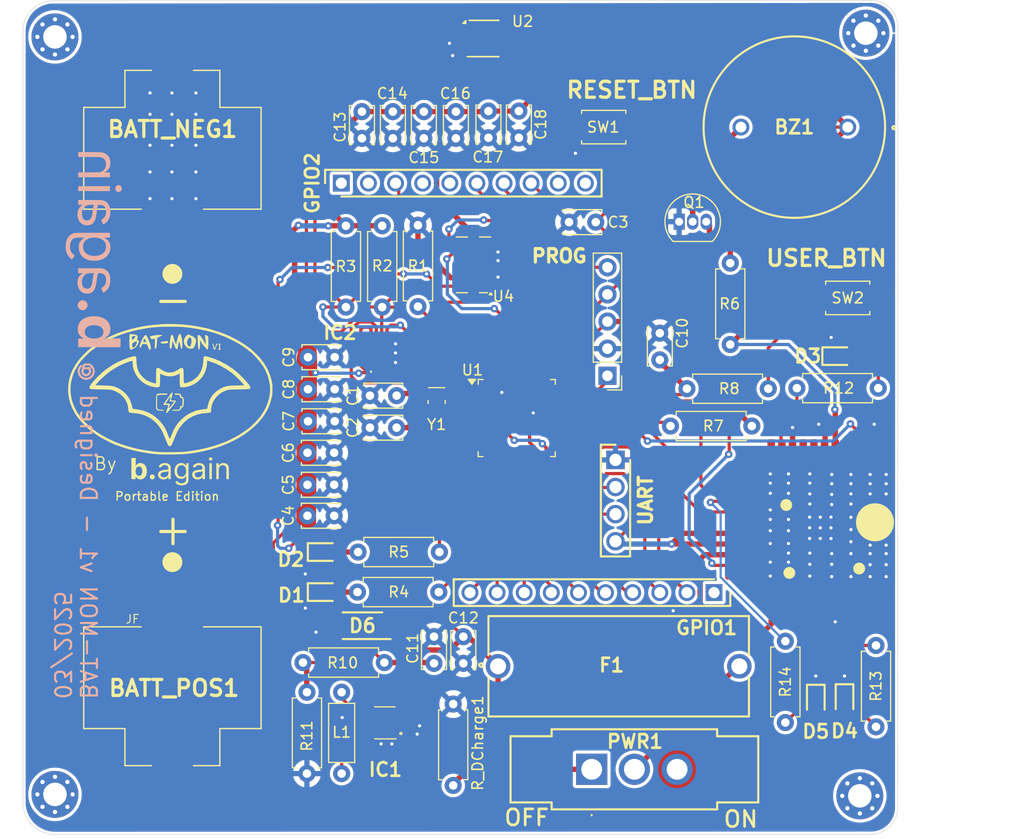
<source format=kicad_pcb>
(kicad_pcb (version 20240108) (generator "pcbnew") (generator_version "8.0")
  (layers (0 "F.Cu" signal) (31 "B.Cu" power) (34 "B.Paste" user) (35 "F.Paste" user) (36 "B.SilkS" user "B.Silkscreen") (37 "F.SilkS" user "F.Silkscreen") (38 "B.Mask" user) (39 "F.Mask" user) (44 "Edge.Cuts" user))
  (net 0 "")
  (net 1 "Net-(D1-A)")
  (net 2 "Net-(D2-A)")
  (net 3 "FB")
  (net 4 "Net-(IC1-L1)")
  (net 5 "Net-(IC1-L2)")
  (net 8 "WC")
  (net 9 "I2C1_SDA")
  (net 10 "I2C1_SCL")
  (net 12 "LPUART1_RX")
  (net 13 "LPUART1_TX")
  (net 14 "PB12")
  (net 15 "PB13")
  (net 16 "PA4")
  (net 17 "PA6")
  (net 19 "PA5")
  (net 20 "PA15")
  (net 21 "PA7")
  (net 22 "PB1")
  (net 23 "PB2")
  (net 24 "PB4")
  (net 25 "PB0")
  (net 26 "PB3")
  (net 27 "Net-(Q1-B)")
  (net 28 "USER_LED")
  (net 29 "SWDIO")
  (net 30 "SYS_LED")
  (net 33 "INT_SENSOR")
  (net 34 "SWCLK")
  (net 35 "ALARM_PWM")
  (net 36 "Net-(U1-PC15)")
  (net 37 "NRST")
  (net 38 "Net-(U1-PC14)")
  (net 39 "Net-(U1-BOOT0)")
  (net 40 "USER_BTN")
  (net 42 "Net-(R8-Pad2)")
  (net 43 "Net-(BZ1--)")
  (net 44 "GND")
  (net 45 "+3.3V")
  (net 46 "USART2_TX")
  (net 47 "USART2_RX")
  (net 48 "+BATT")
  (net 54 "RF_MOD_CTRL")
  (net 55 "PA0")
  (net 57 "VDD")
  (net 58 "Net-(PWR1-A)")
  (net 59 "RF_MOD_RESET")
  (net 64 "BLE_STATUS_1")
  (net 66 "BLE_STATUS")
  (net 75 "BLE_STATUS_2")
  (net 76 "Net-(D3-A)")
  (net 77 "Net-(D4-A)")
  (net 78 "Net-(D5-A)")
  (net 80 "Net-(PWR1-B)")
  (net 84 "INT_ACCEL_2")
  (net 85 "INT_ACCEL_1")
  (footprint "MountingHole:MountingHole_2.2mm_M2_Pad_Via" (layer "F.Cu") (at 100 99.2)
    (property "Reference" "H3" (hide yes))
    (property "Value" "MountingHole")
  )
  (footprint "Resistor_THT:R_Axial_DIN0207_L6.3mm_D2.5mm_P7.62mm_Horizontal" (layer "F.Cu") (at 93.026726 92.336726 90)
    (property "Reference" "R14")
    (property "Value" "1K")
  )
  (footprint "Capacitor_THT:C_Disc_D3.4mm_W2.1mm_P2.50mm" (layer "F.Cu") (at 62.866726 86.791726 90)
    (property "Reference" "C12")
    (property "Value" "10uF")
  )
  (footprint "MountingHole:MountingHole_2.2mm_M2_Pad_Via" (layer "F.Cu") (at 24.616726 99.066726)
    (property "Reference" "H4" (hide yes))
    (property "Value" "MountingHole")
  )
  (footprint "Mouser_Footprints:LEDC1608X80N" (layer "F.Cu") (at 49.876726 76.366726)
    (property "Reference" "D2")
    (property "Value" "LED2" (hide yes))
  )
  (footprint "Package_QFP:LQFP-48_7x7mm_P0.5mm" (layer "F.Cu") (at 67.866726 63.816726)
    (property "Reference" "U1")
    (property "Value" "STM32L010C6Tx")
  )
  (footprint "Package_TO_SOT_THT:TO-92_Inline" (layer "F.Cu") (at 83.076726 45.426726)
    (property "Reference" "Q1")
    (property "Value" "2SC1815" (hide yes))
  )
  (footprint "Resistor_THT:R_Axial_DIN0207_L6.3mm_D2.5mm_P7.62mm_Horizontal" (layer "F.Cu") (at 53.006726 76.366726)
    (property "Reference" "R5")
    (property "Value" "1K")
  )
  (footprint "Mouser_Footprints:LEDC1608X80N" (layer "F.Cu") (at 95.876726 90.376726 -90)
    (property "Reference" "D5")
    (property "Value" "BLE_2" (hide yes))
  )
  (footprint "Capacitor_THT:C_Disc_D3.4mm_W2.1mm_P2.50mm" (layer "F.Cu") (at 68.066726 37.566726 90)
    (property "Reference" "C18")
    (property "Value" "0.1u")
  )
  (footprint "Capacitor_THT:C_Disc_D3.4mm_W2.1mm_P2.50mm" (layer "F.Cu") (at 50.816726 58.116726 180)
    (property "Reference" "C9")
    (property "Value" "100n")
  )
  (footprint "Capacitor_THT:C_Disc_D3.4mm_W2.1mm_P2.50mm" (layer "F.Cu") (at 53.366726 37.616726 90)
    (property "Reference" "C13")
    (property "Value" "0.1uF")
  )
  (footprint "Mouser_Footprints:RNBD350PE-I100 - BLE Module" (layer "F.Cu") (at 108 67.4 -90)
    (property "Reference" "ANT1" (hide yes))
    (property "Value" "RNBD350PE-I100")
  )
  (footprint "Resistor_THT:R_Axial_DIN0207_L6.3mm_D2.5mm_P7.62mm_Horizontal" (layer "F.Cu") (at 55.466726 86.716726 180)
    (property "Reference" "R10")
    (property "Value" "560k")
  )
  (footprint "Mouser_Footprints:LEDC1608X80N" (layer "F.Cu") (at 98.566726 90.326726 -90)
    (property "Reference" "D4")
    (property "Value" "BLE_1" (hide yes))
  )
  (footprint "Package_SON:Texas_PWSON-N6" (layer "F.Cu") (at 64.716726 28.266726)
    (property "Reference" "U2")
    (property "Value" "HDC2080")
  )
  (footprint "Mouser_Footprints:M24M02EFMC6TG" (layer "F.Cu") (at 54.966726 57.316726)
    (property "Reference" "IC2")
    (property "Value" "M24M02E-FMC6TG" (hide yes))
  )
  (footprint "Capacitor_THT:C_Disc_D3.4mm_W2.1mm_P2.50mm" (layer "F.Cu") (at 56.616726 64.716726 180)
    (property "Reference" "C2")
    (property "Value" "8pF")
  )
  (footprint "Capacitor_THT:C_Disc_D3.4mm_W2.1mm_P2.50mm" (layer "F.Cu") (at 50.816726 64.116726 180)
    (property "Reference" "C7")
    (property "Value" "100n")
  )
  (footprint "Capacitor_THT:C_Disc_D3.4mm_W2.1mm_P2.50mm" (layer "F.Cu") (at 50.816726 61.116726 180)
    (property "Reference" "C8")
    (property "Value" "100n")
  )
  (footprint "Resistor_THT:R_Axial_DIN0207_L6.3mm_D2.5mm_P7.62mm_Horizontal" (layer "F.Cu") (at 87.866726 56.926726 90)
    (property "Reference" "R6")
    (property "Value" "1k")
  )
  (footprint "Capacitor_THT:C_Disc_D3.4mm_W2.1mm_P2.50mm" (layer "F.Cu") (at 50.766726 70.066726 180)
    (property "Reference" "C5")
    (property "Value" "1u")
  )
  (footprint "Capacitor_THT:C_Disc_D3.4mm_W2.1mm_P2.50mm" (layer "F.Cu") (at 65.216726 37.566726 90)
    (property "Reference" "C17")
    (property "Value" "1u")
  )
  (footprint "Resistor_THT:R_Axial_DIN0207_L6.3mm_D2.5mm_P7.62mm_Horizontal" (layer "F.Cu") (at 51.866726 53.426726 90)
    (property "Reference" "R3")
    (property "Value" "2.2k")
  )
  (footprint "Mouser_Footprints:PS17_1" (layer "F.Cu") (at 93.866726 36.566726 180)
    (property "Reference" "BZ1")
    (property "Value" "Buzzer" (hide yes))
  )
  (footprint "Resistor_THT:R_Axial_DIN0207_L6.3mm_D2.5mm_P7.62mm_Horizontal" (layer "F.Cu") (at 52.946726 80.116726)
    (property "Reference" "R4")
    (property "Value" "1K")
  )
  (footprint "Button_Switch_SMD:SW_Push_SPST_NO_Alps_SKRK" (layer "F.Cu") (at 76.016726 36.566726 180)
    (property "Reference" "SW1")
    (property "Value" "RESET" (hide yes))
  )
  (footprint "Resistor_THT:R_Axial_DIN0207_L6.3mm_D2.5mm_P7.62mm_Horizontal" (layer "F.Cu") (at 82.266726 64.566726)
    (property "Reference" "R7")
    (property "Value" "1k" (hide yes))
  )
  (footprint "Capacitor_THT:C_Disc_D3.4mm_W2.1mm_P2.50mm" (layer "F.Cu") (at 50.766726 72.966726 180)
    (property "Reference" "C4")
    (property "Value" "10u")
  )
  (footprint "Mouser_Footprints:WR-FSH_THT_2" (layer "F.Cu") (at 77.416726 87.066726)
    (property "Reference" "F1")
    (property "Value" "Fuse" (hide yes))
  )
  (footprint "Mouser_Footprints:Header_F_1X10_61301011821" (layer "F.Cu") (at 51.436726 41.816726)
    (property "Reference" "GPIO2")
    (property "Value" "GPIO" (hide yes))
  )
  (footprint "Mouser_Footprints:BAT_254TR" (layer "F.Cu") (at 35.616726 38.311726 90)
    (property "Reference" "BATT_NEG1")
    (property "Value" "254TR")
  )
  (footprint "LOGO" (layer "F.Cu") (at 36.316726 68.816726)
    (property "Reference" "G***" (hide yes))
    (property "Value" "LOGO" (hide yes))
  )
  (footprint "Capacitor_THT:C_Disc_D3.4mm_W2.1mm_P2.50mm" (layer "F.Cu") (at 56.266726 37.616726 90)
    (property "Reference" "C14")
    (property "Value" "0.1uF")
  )
  (footprint "Resistor_THT:R_Axial_DIN0207_L6.3mm_D2.5mm_P7.62mm_Horizontal" (layer "F.Cu") (at 101.726726 61.016726 180)
    (property "Reference" "R12")
    (property "Value" "1K")
  )
  (footprint "Resistor_THT:R_Axial_DIN0207_L6.3mm_D2.5mm_P7.62mm_Horizontal" (layer "F.Cu") (at 61.916726 90.606726 -90)
    (property "Reference" "R_DCharge1")
    (property "Value" "1M")
  )
  (footprint "Button_Switch_SMD:SW_Push_SPST_NO_Alps_SKRK" (layer "F.Cu") (at 98.866726 52.566726)
    (property "Reference" "SW2")
    (property "Value" "USER" (hide yes))
  )
  (footprint "MountingHole:MountingHole_2.2mm_M2_Pad_Via" (layer "F.Cu") (at 100.566726 27.766726)
    (property "Reference" "H2" (hide yes))
    (property "Value" "MountingHole")
  )
  (footprint "Capacitor_THT:C_Disc_D3.4mm_W2.1mm_P2.50mm" (layer "F.Cu") (at 59.166726 37.616726 90)
    (property "Reference" "C15")
    (property "Value" "4.7uF")
  )
  (footprint "Mouser_Footprints:LEDC1608X80N" (layer "F.Cu") (at 98.066726 58.016726)
    (property "Reference" "D3")
    (property "Value" "BLE_0" (hide yes))
  )
  (footprint "MountingHole:MountingHole_2.2mm_M2_Pad_Via" (layer "F.Cu") (at 24.616726 28.116726)
    (property "Reference" "H1" (hide yes))
    (property "Value" "MountingHole")
  )
  (footprint "Mouser_Footprints:SODFL4725X105N" (layer "F.Cu") (at 53.416726 83.266726 180)
    (property "Reference" "D6")
    (property "Value" "PTVS18VZ1USK" (hide yes))
  )
  (footprint "Connector_PinHeader_2.54mm:PinHeader_1x05_P2.54mm_Vertical" (layer "F.Cu") (at 76.366726 59.856726 180)
    (property "Reference" "PROG1" (hide yes))
    (property "Value" "Programmer")
  )
  (footprint "Capacitor_THT:C_Disc_D3.4mm_W2.1mm_P2.50mm" (layer "F.Cu") (at 62.166726 37.616726 90)
    (property "Reference" "C16")
    (property "Value" "4.7uF")
  )
  (footprint "Mouser_Footprints:Header_F_1X10_61301011821" (layer "F.Cu") (at 86.346726 80.166726 180)
    (property "Reference" "GPIO1")
    (property "Value" "GPIO" (hide yes))
  )
  (footprint "Capacitor_THT:C_Disc_D3.4mm_W2.1mm_P2.50mm" (layer "F.Cu") (at 60.116726 84.291726 -90)
    (property "Reference" "C11")
    (property "Value" "22uF")
  )
  (footprint "Capacitor_THT:C_Disc_D3.4mm_W2.1mm_P2.50mm" (layer "F.Cu") (at 56.616726 61.716726 180)
    (property "Reference" "C1")
    (property "Value" "8pF")
  )
  (footprint "Resistor_THT:R_Axial_DIN0207_L6.3mm_D2.5mm_P7.62mm_Horizontal" (layer "F.Cu") (at 55.266726 53.426726 90)
    (property "Reference" "R2")
    (property "Value" "2.2k")
  )
  (footprint "Capacitor_THT:C_Disc_D3.4mm_W2.1mm_P2.50mm" (layer "F.Cu") (at 81.266726 55.866726 -90)
    (property "Reference" "C10")
    (property "Value" "100n")
  )
  (footprint "Mouser_Footprints:TPS63802DLAR" (layer "F.Cu") (at 55.566726 92.366726 180)
    (property "Reference" "IC1")
    (property "Value" "TPS63802DLAR" (hide yes))
  )
  (footprint "LOGO" (layer "F.Cu") (at 35.348722 61.070574)
    (property "Reference" "G***" (hide yes))
    (property "Value" "LOGO" (hide yes))
  )
  (footprint "Mouser_Footprints:LEDC1608X80N" (layer "F.Cu") (at 49.876726 80.116726)
    (property "Reference" "D1")
    (property "Value" "LED1" (hide yes))
  )
  (footprint "Crystal:Crystal_SMD_MicroCrystal_CC8V-T1A-2Pin_2.0x1.2mm" (layer "F.Cu") (at 60.366726 62.316726 -90)
    (property "Reference" "Y1")
    (property "Value" "CM8V-4pF")
  )
  (footprint "Mouser_Footprints:SLW2327758AND" (layer "F.Cu") (at 74.886726 96.716726)
    (property "Reference" "PWR1")
    (property "Value" "SW_SPDT" (hide yes))
  )
  (footprint "Resistor_THT:R_Axial_DIN0207_L6.3mm_D2.5mm_P7.62mm_Horizontal" (layer "F.Cu") (at 58.616726 45.756726 -90)
    (property "Reference" "R1")
    (property "Value" "10k" (hide yes))
  )
  (footprint "Inductor_THT:L_Axial_L5.3mm_D2.2mm_P7.62mm_Horizontal_Vishay_IM-1" (layer "F.Cu") (at 51.466726 89.496726 -90)
    (property "Reference" "L1")
    (property "Value" "0.47uH")
  )
  (footprint "Mouser_Footprints:BAT_254TR" (layer "F.Cu") (at 35.616726 89.311726 -90)
    (property "Reference" "BATT_POS1")
    (property "Value" "254TR")
  )
  (footprint "Package_LGA:LGA-14_3x5mm_P0.8mm_LayoutBorder1x6y" (layer "F.Cu") (at 63.816726 49.466726 180)
    (property "Reference" "U4")
    (property "Value" "ADXL343")
  )
  (footprint "Resistor_THT:R_Axial_DIN0207_L6.3mm_D2.5mm_P7.62mm_Horizontal" (layer "F.Cu") (at 83.806726 61.066726)
    (property "Reference" "R8")
    (property "Value" "1K")
  )
  (footprint "Capacitor_THT:C_Disc_D3.4mm_W2.1mm_P2.50mm" (layer "F.Cu") (at 75.266726 45.466726 180)
    (property "Reference" "C3")
    (property "Value" "100n")
  )
  (footprint "Resistor_THT:R_Axial_DIN0207_L6.3mm_D2.5mm_P7.62mm_Horizontal" (layer "F.Cu") (at 101.516726 92.736726 90)
    (property "Reference" "R13")
    (property "Value" "1K")
  )
  (footprint "Resistor_THT:R_Axial_DIN0207_L6.3mm_D2.5mm_P7.62mm_Horizontal" (layer "F.Cu") (at 48.216726 89.496726 -90)
    (property "Reference" "R11")
    (property "Value" "100k")
  )
  (footprint "Mouser_Footprints:Header_M_1X4_61300411121" (layer "F.Cu") (at 77.116726 67.736726 -90)
    (property "Reference" "UART1" (hide yes))
    (property "Value" "Debug UART" (hide yes))
  )
  (footprint "Capacitor_THT:C_Disc_D3.4mm_W2.1mm_P2.50mm" (layer "F.Cu") (at 50.766726 67.066726 180)
    (property "Reference" "C6")
    (property "Value" "100n")
  )
  (footprint "LOGO" (layer "B.Cu") (at 28.233274 48.083274 90)
    (property "Reference" "G***" (hide yes))
    (property "Value" "LOGO" (hide yes))
  )
  (gr_circle (center 35.616726 77.311726) (end 36.497933 77.311726) (stroke (width 0.1)) (fill solid) (layer "F.SilkS"))
  (gr_circle (center 35.616726 50.311726) (end 36.497933 50.311726) (stroke (width 0.1)) (fill solid) (layer "F.SilkS"))
  (gr_arc (start 103.548959 100.298959) (mid 102.816716 102.066716) (end 101.048959 102.798959) (stroke (width 0.05)) (layer "Edge.Cuts"))
  (gr_line (start 21.616726 99.816726) (end 21.616726 27.566726) (stroke (width 0.05)) (layer "Edge.Cuts"))
  (gr_arc (start 24.616726 102.816726) (mid 22.495406 101.938046) (end 21.616726 99.816726) (stroke (width 0.05)) (layer "Edge.Cuts"))
  (gr_line (start 103.548959 100.298959) (end 103.560411 27.185604) (stroke (width 0.05)) (layer "Edge.Cuts"))
  (gr_arc (start 21.616726 27.566726) (mid 22.445248 25.566497) (end 24.445477 24.737975) (stroke (width 0.05)) (layer "Edge.Cuts"))
  (gr_line (start 24.616726 102.816726) (end 101.048959 102.798959) (stroke (width 0.05)) (layer "Edge.Cuts"))
  (gr_line (start 24.445477 24.737975) (end 101.042645 24.685542) (stroke (width 0.05)) (layer "Edge.Cuts"))
  (gr_arc (start 101.042645 24.685542) (mid 102.816733 25.41673) (end 103.560411 27.185604) (stroke (width 0.05)) (layer "Edge.Cuts"))
  (gr_text "BAT-MON v1 - Designed @ \n03/2025" (at 24.433274 90.283274 -90) (layer "B.SilkS") (effects (font (size 1.5 1.5) (thickness 0.2) (bold yes)) (justify left bottom mirror)))
  (gr_text "+" (at 33.616726 75.966726 0) (layer "F.SilkS") (effects (font (size 3 3) (thickness 0.3) (bold yes)) (justify left bottom)))
  (gr_text "-" (at 33.616726 54.416726 0) (layer "F.SilkS") (effects (font (size 3 3) (thickness 0.3) (bold yes)) (justify left bottom)))
  (gr_text "JF" (at 31.166726 83.116726 0) (layer "F.SilkS") (effects (font (size 0.8 0.8) (thickness 0.1)) (justify left bottom)))
  (gr_text "By" (at 28.2 68.8 0) (layer "F.SilkS") (effects (font (size 1.2 1.2) (thickness 0.125)) (justify left bottom)))
  (gr_text "USER_BTN" (at 91.066726 49.716726 0) (layer "F.SilkS") (effects (font (size 1.5 1.5) (thickness 0.3) (bold yes)) (justify left bottom)))
  (gr_text "OFF" (at 66.566726 102.116726 0) (layer "F.SilkS") (effects (font (size 1.5 1.5) (thickness 0.25) (bold yes)) (justify left bottom)))
  (gr_text "RESET_BTN" (at 72.366726 33.966726 0) (layer "F.SilkS") (effects (font (size 1.5 1.5) (thickness 0.3) (bold yes)) (justify left bottom)))
  (gr_text "UART" (at 80.666726 74.016726 90) (layer "F.SilkS") (effects (font (size 1.25 1.25) (thickness 0.3) (bold yes)) (justify left bottom)))
  (gr_text "Portable Edition" (at 30.166726 71.616726 0) (layer "F.SilkS") (effects (font (size 0.8 0.8) (thickness 0.125)) (justify left bottom)))
  (gr_text "PROG" (at 69.116726 49.366726 0) (layer "F.SilkS") (effects (font (size 1.25 1.25) (thickness 0.3) (bold yes)) (justify left bottom)))
  (gr_text "ON" (at 87.116726 102.266726 0) (layer "F.SilkS") (effects (font (size 1.5 1.5) (thickness 0.25) (bold yes)) (justify left bottom)))
  (segment (start 50.626726 80.116726) (end 52.946726 80.116726) (width 0.5) (layer "F.Cu") (net 1))
  (segment (start 50.626726 76.366726) (end 53.006726 76.366726) (width 0.5) (layer "F.Cu") (net 2))
  (segment (start 48.216726 89.496726) (end 48.2 89.48) (width 0.5) (layer "F.Cu") (net 3))
  (segment (start 55.866726 91.866726) (end 55.616726 91.616726) (width 0.3) (layer "F.Cu") (net 3))
  (segment (start 52.266726 86.716726) (end 47.846726 86.716726) (width 0.3) (layer "F.Cu") (net 3))
  (segment (start 48.2 89.48) (end 48.2 87.07) (width 0.5) (layer "F.Cu") (net 3))
  (segment (start 56.466726 91.866726) (end 55.866726 91.866726) (width 0.3) (layer "F.Cu") (net 3))
  (segment (start 55.616726 90.066726) (end 52.266726 86.716726) (width 0.3) (layer "F.Cu") (net 3))
  (segment (start 55.616726 91.616726) (end 55.616726 90.066726) (width 0.3) (layer "F.Cu") (net 3))
  (segment (start 48.2 87.07) (end 47.846726 86.716726) (width 0.5) (layer "F.Cu") (net 3))
  (segment (start 54.816726 92.866726) (end 54.041726 92.866726) (width 0.3) (layer "F.Cu") (net 4))
  (segment (start 54.041726 92.866726) (end 51.466726 95.441726) (width 0.3) (layer "F.Cu") (net 4))
  (segment (start 51.466726 95.441726) (end 51.466726 97.116726) (width 0.3) (layer "F.Cu") (net 4))
  (segment (start 53.291726 91.866726) (end 51.466726 90.041726) (width 0.3) (layer "F.Cu") (net 5))
  (segment (start 51.466726 90.041726) (end 51.466726 89.496726) (width 0.3) (layer "F.Cu") (net 5))
  (segment (start 54.816726 91.866726) (end 53.291726 91.866726) (width 0.3) (layer "F.Cu") (net 5))
  (segment (start 52.966726 60.516726) (end 64.563275 60.516726) (width 0.3) (layer "F.Cu") (net 8))
  (segment (start 66.842886 62.225587) (end 67.616726 61.451747) (width 0.3) (layer "F.Cu") (net 8))
  (segment (start 64.563275 60.516726) (end 66.272136 62.225587) (width 0.3) (layer "F.Cu") (net 8))
  (segment (start 54.716726 55.266726) (end 54.266726 54.816726) (width 0.3) (layer "F.Cu") (net 8))
  (segment (start 52.813833 55.076726) (end 52.806726 55.076726) (width 0.3) (layer "F.Cu") (net 8))
  (segment (start 54.266726 54.816726) (end 53.073833 54.816726) (width 0.3) (layer "F.Cu") (net 8))
  (segment (start 52.366726 55.516726) (end 52.366726 59.916726) (width 0.3) (layer "F.Cu") (net 8))
  (segment (start 54.716726 55.916726) (end 54.716726 55.266726) (width 0.3) (layer "F.Cu") (net 8))
  (segment (start 52.806726 55.076726) (end 52.366726 55.516726) (width 0.3) (layer "F.Cu") (net 8))
  (segment (start 67.616726 61.451747) (end 67.616726 59.654226) (width 0.3) (layer "F.Cu") (net 8))
  (segment (start 66.272136 62.225587) (end 66.842886 62.225587) (width 0.3) (layer "F.Cu") (net 8))
  (segment (start 53.073833 54.816726) (end 52.813833 55.076726) (width 0.3) (layer "F.Cu") (net 8))
  (segment (start 52.366726 59.916726) (end 52.966726 60.516726) (width 0.3) (layer "F.Cu") (net 8))
  (segment (start 48.966726 36.216726) (end 48.966726 50.516726) (width 0.3) (layer "F.Cu") (net 9))
  (segment (start 56.966726 55.116726) (end 59.266726 57.416726) (width 0.3) (layer "F.Cu") (net 9))
  (segment (start 64.719846 57.416726) (end 66.116726 58.813606) (width 0.3) (layer "F.Cu") (net 9))
  (segment (start 57.066726 50.316726) (end 57.266726 50.316726) (width 0.3) (layer "F.Cu") (net 9))
  (segment (start 56.066726 55.116726) (end 56.966726 55.116726) (width 0.3) (layer "F.Cu") (net 9))
  (segment (start 48.966726 50.516726) (end 51.866726 53.416726) (width 0.3) (layer "F.Cu") (net 9))
  (segment (start 55.716726 55.466726) (end 56.066726 55.116726) (width 0.3) (layer "F.Cu") (net 9))
  (segment (start 51.856726 53.416726) (end 51.866726 53.426726) (width 0.3) (layer "F.Cu") (net 9))
  (segment (start 54.976726 50.316726) (end 57.066726 50.316726) (width 0.3) (layer "F.Cu") (net 9))
  (segment (start 57.866726 27.316726) (end 48.966726 36.216726) (width 0.3) (layer "F.Cu") (net 9))
  (segment (start 55.716726 55.916726) (end 55.716726 55.466726) (width 0.3) (layer "F.Cu") (net 9))
  (segment (start 59.416726 50.316726) (end 60.566726 51.466726) (width 0.3) (layer "F.Cu") (net 9))
  (segment (start 51.866726 53.426726) (end 54.976726 50.316726) (width 0.3) (layer "F.Cu") (net 9))
  (segment (start 51.866726 53.416726) (end 51.866726 53.426726) (width 0.3) (layer "F.Cu") (net 9))
  (segment (start 66.116726 58.813606) (end 66.116726 59.654226) (width 0.3) (layer "F.Cu") (net 9))
  (segment (start 63.316726 27.316726) (end 57.866726 27.316726) (width 0.3) (layer "F.Cu") (net 9))
  (segment (start 60.566726 51.466726) (end 62.816726 51.466726) (width 0.3) (layer "F.Cu") (net 9))
  (segment (start 49.716726 53.416726) (end 51.856726 53.416726) (width 0.3) (layer "F.Cu") (net 9))
  (segment (start 59.266726 57.416726) (end 64.719846 57.416726) (width 0.3) (layer "F.Cu") (net 9))
  (via (at 57.266726 50.316726) (size 0.7) (drill 0.3) (layers "F.Cu" "B.Cu") (net 9))
  (via (at 59.416726 50.316726) (size 0.7) (drill 0.3) (layers "F.Cu" "B.Cu") (net 9))
  (via (at 56.966726 55.116726) (size 0.7) (drill 0.3) (layers "F.Cu" "B.Cu") (net 9))
  (via (at 49.716726 53.416726) (size 0.7) (drill 0.3) (layers "F.Cu" "B.Cu") (net 9))
  (segment (start 57.266726 50.316726) (end 59.416726 50.316726) (width 0.3) (layer "B.Cu") (net 9))
  (segment (start 50.666726 55.266726) (end 56.816726 55.266726) (width 0.3) (layer "B.Cu") (net 9))
  (segment (start 49.716726 53.416726) (end 49.716726 54.316726) (width 0.3) (layer "B.Cu") (net 9))
  (segment (start 56.816726 55.266726) (end 56.966726 55.116726) (width 0.3) (layer "B.Cu") (net 9))
  (segment (start 49.716726 54.316726) (end 50.666726 55.266726) (width 0.3) (layer "B.Cu") (net 9))
  (segment (start 59.266726 56.216726) (end 64.226953 56.216726) (width 0.3) (layer "F.Cu") (net 10))
  (segment (start 63.266726 52.966726) (end 63.816726 52.416726) (width 0.3) (layer "F.Cu") (net 10))
  (segment (start 64.226953 56.216726) (end 65.526953 57.516726) (width 0.3) (layer "F.Cu") (net 10))
  (segment (start 48.166726 34.316726) (end 48.166726 54.366726) (width 0.3) (layer "F.Cu") (net 10))
  (segment (start 67.066726 27.016726) (end 67.066726 26.516726) (width 0.3) (layer "F.Cu") (net 10))
  (segment (start 66.616726 58.606499) (end 66.616726 59.654226) (width 0.3) (layer "F.Cu") (net 10))
  (segment (start 55.216726 53.476726) (end 55.266726 53.426726) (width 0.3) (layer "F.Cu") (net 10))
  (segment (start 55.256726 53.416726) (end 55.266726 53.426726) (width 0.3) (layer "F.Cu") (net 10))
  (segment (start 60.966726 52.966726) (end 63.266726 52.966726) (width 0.3) (layer "F.Cu") (net 10))
  (segment (start 66.116726 27.316726) (end 66.766726 27.316726) (width 0.3) (layer "F.Cu") (net 10))
  (segment (start 67.066726 26.516726) (end 66.866726 26.316726) (width 0.3) (layer "F.Cu") (net 10))
  (segment (start 66.866726 26.316726) (end 56.166726 26.316726) (width 0.3) (layer "F.Cu") (net 10))
  (segment (start 66.766726 27.316726) (end 67.066726 27.016726) (width 0.3) (layer "F.Cu") (net 10))
  (segment (start 55.266726 53.426726) (end 56.926726 51.766726) (width 0.3) (layer "F.Cu") (net 10))
  (segment (start 48.166726 54.366726) (end 49.566726 55.766726) (width 0.3) (layer "F.Cu") (net 10))
  (segment (start 65.526953 57.516726) (end 66.616726 58.606499) (width 0.3) (layer "F.Cu") (net 10))
  (segment (start 52.599619 54.576726) (end 52.606726 54.576726) (width 0.3) (layer "F.Cu") (net 10))
  (segment (start 63.816726 52.416726) (end 63.816726 51.466726) (width 0.3) (layer "F.Cu") (net 10))
  (segment (start 53.766726 53.416726) (end 55.256726 53.416726) (width 0.3) (layer "F.Cu") (net 10))
  (segment (start 51.409619 55.766726) (end 52.599619 54.576726) (width 0.3) (layer "F.Cu") (net 10))
  (segment (start 59.766726 51.766726) (end 60.966726 52.966726) (width 0.3) (layer "F.Cu") (net 10))
  (segment (start 55.216726 55.916726) (end 55.216726 53.476726) (width 0.3) (layer "F.Cu") (net 10))
  (segment (start 56.166726 26.316726) (end 48.166726 34.316726) (width 0.3) (layer "F.Cu") (net 10))
  (segment (start 56.926726 51.766726) (end 59.766726 51.766726) (width 0.3) (layer "F.Cu") (net 10))
  (segment (start 55.266726 53.426726) (end 56.476726 53.426726) (width 0.3) (layer "F.Cu") (net 10))
  (segment (start 52.606726 54.576726) (end 53.766726 53.416726) (width 0.3) (layer "F.Cu") (net 10))
  (segment (start 56.476726 53.426726) (end 59.266726 56.216726) (width 0.3) (layer "F.Cu") (net 10))
  (segment (start 49.566726 55.766726) (end 51.409619 55.766726) (width 0.3) (layer "F.Cu") (net 10))
  (segment (start 69.616726 69.266726) (end 70.666726 70.316726) (width 0.3) (layer "F.Cu") (net 12))
  (segment (start 69.616726 67.979226) (end 69.616726 69.266726) (width 0.3) (layer "F.Cu") (net 12))
  (segment (start 70.666726 70.316726) (end 77.076726 70.316726) (width 0.3) (layer "F.Cu") (net 12))
  (segment (start 77.076726 70.316726) (end 77.116726 70.276726) (width 0.3) (layer "F.Cu") (net 12))
  (segment (start 69.116726 67.979226) (end 69.116726 69.816726) (width 0.3) (layer "F.Cu") (net 13))
  (segment (start 69.116726 69.816726) (end 72.116726 72.816726) (width 0.3) (layer "F.Cu") (net 13))
  (segment (start 72.116726 72.816726) (end 77.116726 72.816726) (width 0.3) (layer "F.Cu") (net 13))
  (segment (start 75.946726 66.524226) (end 78.374226 66.524226) (width 0.3) (layer "F.Cu") (net 14))
  (segment (start 79.866726 68.016726) (end 79.866726 78.766726) (width 0.3) (layer "F.Cu") (net 14))
  (segment (start 78.374226 66.524226) (end 79.866726 68.016726) (width 0.3) (layer "F.Cu") (net 14))
  (segment (start 72.029226 66.566726) (end 75.904226 66.566726) (width 0.3) (layer "F.Cu") (net 14))
  (segment (start 81.266726 80.166726) (end 81.536726 80.166726) (width 0.3) (layer "F.Cu") (net 14))
  (segment (start 81.536726 80.166726) (end 81.686726 80.016726) (width 0.3) (layer "F.Cu") (net 14))
  (segment (start 75.904226 66.566726) (end 75.946726 66.524226) (width 0.3) (layer "F.Cu") (net 14))
  (segment (start 79.866726 78.766726) (end 81.266726 80.166726) (width 0.3) (layer "F.Cu") (net 14))
  (segment (start 74.902261 65.816726) (end 74.652261 66.066726) (width 0.3) (layer "F.Cu") (net 15))
  (segment (start 74.652261 66.066726) (end 72.029226 66.066726) (width 0.3) (layer "F.Cu") (net 15))
  (segment (start 84.226726 80.016726) (end 84.076726 80.166726) (width 0.3) (layer "F.Cu") (net 15))
  (segment (start 78.666726 65.816726) (end 74.902261 65.816726) (width 0.3) (layer "F.Cu") (net 15))
  (segment (start 81.166726 68.316726) (end 78.666726 65.816726) (width 0.3) (layer "F.Cu") (net 15))
  (segment (start 81.166726 77.526726) (end 81.166726 68.316726) (width 0.3) (layer "F.Cu") (net 15))
  (segment (start 83.806726 80.166726) (end 81.166726 77.526726) (width 0.3) (layer "F.Cu") (net 15))
  (segment (start 84.076726 80.166726) (end 83.806726 80.166726) (width 0.3) (layer "F.Cu") (net 15))
  (segment (start 65.616726 67.979226) (end 65.616726 77.929619) (width 0.3) (layer "F.Cu") (net 16))
  (segment (start 65.616726 77.929619) (end 63.486726 80.059619) (width 0.3) (layer "F.Cu") (net 16))
  (segment (start 63.486726 80.059619) (end 63.486726 80.166726) (width 0.3) (layer "F.Cu") (net 16))
  (segment (start 68.566726 78.666726) (end 68.566726 80.166726) (width 0.3) (layer "F.Cu") (net 17))
  (segment (start 66.616726 67.979226) (end 66.616726 76.716726) (width 0.3) (layer "F.Cu") (net 17))
  (segment (start 66.616726 76.716726) (end 68.566726 78.666726) (width 0.3) (layer "F.Cu") (net 17))
  (segment (start 66.116726 67.979226) (end 66.116726 78.136726) (width 0.3) (layer "F.Cu") (net 19))
  (segment (start 66.666726 80.066726) (end 66.616726 80.016726) (width 0.3) (layer "F.Cu") (net 19))
  (segment (start 66.116726 78.136726) (end 66.026726 78.226726) (width 0.3) (layer "F.Cu") (net 19))
  (segment (start 66.026726 78.226726) (end 66.026726 80.166726) (width 0.3) (layer "F.Cu") (net 19))
  (segment (start 70.116726 42.716726) (end 69.216726 41.816726) (width 0.3) (layer "F.Cu") (net 20))
  (segment (start 70.116726 59.654226) (end 70.116726 42.716726) (width 0.3) (layer "F.Cu") (net 20))
  (segment (start 67.116726 67.979226) (end 67.116726 75.566726) (width 0.3) (layer "F.Cu") (net 21))
  (segment (start 71.106726 79.556726) (end 71.106726 80.166726) (width 0.3) (layer "F.Cu") (net 21))
  (segment (start 67.116726 75.566726) (end 71.106726 79.556726) (width 0.3) (layer "F.Cu") (net 21))
  (segment (start 68.116726 72.466726) (end 75.816726 80.166726) (width 0.3) (layer "F.Cu") (net 22))
  (segment (start 75.816726 80.166726) (end 76.186726 80.166726) (width 0.3) (layer "F.Cu") (net 22))
  (segment (start 76.186726 80.166726) (end 76.456726 80.166726) (width 0.3) (layer "F.Cu") (net 22))
  (segment (start 68.116726 67.979226) (end 68.116726 72.466726) (width 0.3) (layer "F.Cu") (net 22))
  (segment (start 78.216726 80.166726) (end 78.726726 80.166726) (width 0.3) (layer "F.Cu") (net 23))
  (segment (start 68.616726 67.979226) (end 68.616726 70.566726) (width 0.3) (layer "F.Cu") (net 23))
  (segment (start 68.616726 70.566726) (end 78.216726 80.166726) (width 0.3) (layer "F.Cu") (net 23))
  (segment (start 78.726726 80.166726) (end 78.996726 80.166726) (width 0.3) (layer "F.Cu") (net 23))
  (segment (start 78.996726 80.166726) (end 79.146726 80.016726) (width 0.3) (layer "F.Cu") (net 23))
  (segment (start 64.136726 42.386726) (end 64.136726 41.816726) (width 0.3) (layer "F.Cu") (net 24))
  (segment (start 69.116726 47.366726) (end 64.136726 42.386726) (width 0.3) (layer "F.Cu") (net 24))
  (segment (start 69.116726 59.654226) (end 69.116726 47.366726) (width 0.3) (layer "F.Cu") (net 24))
  (segment (start 67.616726 74.116726) (end 73.646726 80.146726) (width 0.3) (layer "F.Cu") (net 25))
  (segment (start 67.616726 67.979226) (end 67.616726 74.116726) (width 0.3) (layer "F.Cu") (net 25))
  (segment (start 73.646726 80.146726) (end 73.646726 80.166726) (width 0.3) (layer "F.Cu") (net 25))
  (segment (start 69.616726 45.316726) (end 66.676726 42.376726) (width 0.3) (layer "F.Cu") (net 26))
  (segment (start 66.676726 42.376726) (end 66.676726 41.816726) (width 0.3) (layer "F.Cu") (net 26))
  (segment (start 69.616726 59.654226) (end 69.616726 45.316726) (width 0.3) (layer "F.Cu") (net 26))
  (segment (start 85.916726 60.596726) (end 89.886726 64.566726) (width 0.5) (layer "F.Cu") (net 27))
  (segment (start 85.616726 45.426726) (end 85.916726 45.726726) (width 0.5) (layer "F.Cu") (net 27))
  (segment (start 85.916726 45.726726) (end 85.916726 60.596726) (width 0.5) (layer "F.Cu") (net 27))
  (segment (start 60.566726 80.116726) (end 65.116726 75.566726) (width 0.3) (layer "F.Cu") (net 28))
  (segment (start 65.116726 75.566726) (end 65.116726 67.979226) (width 0.3) (layer "F.Cu") (net 28))
  (segment (start 72.869846 62.066726) (end 73.819846 61.116726) (width 0.3) (layer "F.Cu") (net 29))
  (segment (start 73.819846 61.116726) (end 75.566726 61.116726) (width 0.3) (layer "F.Cu") (net 29))
  (segment (start 75.566726 61.116726) (end 76.366726 60.316726) (width 0.3) (layer "F.Cu") (net 29))
  (segment (start 76.366726 60.316726) (end 76.366726 59.856726) (width 0.3) (layer "F.Cu") (net 29))
  (segment (start 72.029226 62.066726) (end 72.869846 62.066726) (width 0.3) (layer "F.Cu") (net 29))
  (segment (start 60.626726 67.756726) (end 60.626726 76.366726) (width 0.3) (layer "F.Cu") (net 30))
  (segment (start 63.704226 66.566726) (end 61.816726 66.566726) (width 0.3) (layer "F.Cu") (net 30))
  (segment (start 61.816726 66.566726) (end 60.626726 67.756726) (width 0.3) (layer "F.Cu") (net 30))
  (segment (start 73.28406 63.066726) (end 74.13406 62.216726) (width 0.3) (layer "F.Cu") (net 33))
  (segment (start 74.13406 62.216726) (end 84.466726 62.216726) (width 0.3) (layer "F.Cu") (net 33))
  (segment (start 85.266726 61.416726) (end 85.266726 54.566726) (width 0.3) (layer "F.Cu") (net 33))
  (segment (start 72.029226 63.066726) (end 73.28406 63.066726) (width 0.3) (layer "F.Cu") (net 33))
  (segment (start 85.266726 54.566726) (end 81.366726 50.666726) (width 0.3) (layer "F.Cu") (net 33))
  (segment (start 79.866726 29.216726) (end 66.116726 29.216726) (width 0.3) (layer "F.Cu") (net 33))
  (segment (start 81.366726 50.666726) (end 81.366726 30.716726) (width 0.3) (layer "F.Cu") (net 33))
  (segment (start 81.366726 30.716726) (end 79.866726 29.216726) (width 0.3) (layer "F.Cu") (net 33))
  (segment (start 84.466726 62.216726) (end 85.266726 61.416726) (width 0.3) (layer "F.Cu") (net 33))
  (segment (start 71.466726 57.716726) (end 71.466726 52.116726) (width 0.3) (layer "F.Cu") (net 34))
  (segment (start 70.616726 59.654226) (end 70.616726 58.566726) (width 0.3) (layer "F.Cu") (net 34))
  (segment (start 73.886726 49.696726) (end 76.366726 49.696726) (width 0.3) (layer "F.Cu") (net 34))
  (segment (start 71.466726 52.116726) (end 73.886726 49.696726) (width 0.3) (layer "F.Cu") (net 34))
  (segment (start 70.616726 58.566726) (end 71.466726 57.716726) (width 0.3) (layer "F.Cu") (net 34))
  (segment (start 74.030941 64.566726) (end 74.380941 64.216726) (width 0.3) (layer "F.Cu") (net 35))
  (segment (start 81.916726 64.216726) (end 82.266726 64.566726) (width 0.3) (layer "F.Cu") (net 35))
  (segment (start 72.029226 64.566726) (end 74.030941 64.566726) (width 0.3) (layer "F.Cu") (net 35))
  (segment (start 74.380941 64.216726) (end 81.916726 64.216726) (width 0.3) (layer "F.Cu") (net 35))
  (segment (start 62.366726 63.063606) (end 62.363606 63.066726) (width 0.3) (layer "F.Cu") (net 36))
  (segment (start 62.366726 63.063606) (end 62.366726 63.066726) (width 0.3) (layer "F.Cu") (net 36))
  (segment (start 62.363606 63.066726) (end 60.366726 63.066726) (width 0.3) (layer "F.Cu") (net 36))
  (segment (start 57.666726 64.716726) (end 59.266726 63.116726) (width 0.5) (layer "F.Cu") (net 36))
  (segment (start 63.704226 62.566726) (end 62.863606 62.566726) (width 0.3) (layer "F.Cu") (net 36))
  (segment (start 59.266726 63.116726) (end 60.316726 63.116726) (width 0.5) (layer "F.Cu") (net 36))
  (segment (start 56.616726 64.716726) (end 57.666726 64.716726) (width 0.5) (layer "F.Cu") (net 36))
  (segment (start 62.863606 62.566726) (end 62.366726 63.063606) (width 0.3) (layer "F.Cu") (net 36))
  (segment (start 60.316726 63.116726) (end 60.366726 63.066726) (width 0.5) (layer "F.Cu") (net 36))
  (segment (start 72.866726 55.736726) (end 72.866726 58.744846) (width 0.3) (layer "F.Cu") (net 37))
  (segment (start 67.544846 64.066726) (end 63.704226 64.066726) (width 0.3) (layer "F.Cu") (net 37))
  (segment (start 72.866726 58.744846) (end 67.544846 64.066726) (width 0.3) (layer "F.Cu") (net 37))
  (segment (start 76.366726 52.236726) (end 78.116726 50.486726) (width 0.3) (layer "F.Cu") (net 37))
  (segment (start 76.366726 52.236726) (end 72.866726 55.736726) (width 0.3) (layer "F.Cu") (net 37))
  (segment (start 78.116726 42.616726) (end 78.116726 36.566726) (width 0.3) (layer "F.Cu") (net 37))
  (segment (start 78.116726 50.486726) (end 78.116726 48.316726) (width 0.3) (layer "F.Cu") (net 37))
  (segment (start 78.116726 48.316726) (end 75.266726 45.466726) (width 0.3) (layer "F.Cu") (net 37))
  (segment (start 75.266726 45.466726) (end 78.116726 42.616726) (width 0.3) (layer "F.Cu") (net 37))
  (segment (start 62.863606 62.066726) (end 62.363606 61.566726) (width 0.3) (layer "F.Cu") (net 38))
  (segment (start 63.704226 62.066726) (end 62.863606 62.066726) (width 0.3) (layer "F.Cu") (net 38))
  (segment (start 56.766726 61.566726) (end 56.616726 61.716726) (width 0.3) (layer "F.Cu") (net 38))
  (segment (start 56.816726 61.516726) (end 60.316726 61.516726) (width 0.5) (layer "F.Cu") (net 38))
  (segment (start 56.616726 61.716726) (end 56.816726 61.516726) (width 0.5) (layer "F.Cu") (net 38))
  (segment (start 62.363606 61.566726) (end 60.366726 61.566726) (width 0.3) (layer "F.Cu") (net 38))
  (segment (start 64.616726 55.416726) (end 67.116726 57.916726) (width 0.3) (layer "F.Cu") (net 39))
  (segment (start 67.116726 57.916726) (end 67.116726 59.654226) (width 0.3) (layer "F.Cu") (net 39))
  (segment (start 60.636726 55.416726) (end 64.616726 55.416726) (width 0.3) (layer "F.Cu") (net 39))
  (segment (start 58.616726 53.396726) (end 60.636726 55.416726) (width 0.3) (layer "F.Cu") (net 39))
  (segment (start 58.616726 53.376726) (end 58.616726 53.396726) (width 0.3) (layer "F.Cu") (net 39))
  (segment (start 73.076954 62.566726) (end 72.029226 62.566726) (width 0.3) (layer "F.Cu") (net 40))
  (segment (start 83.806726 61.066726) (end 81.266726 58.526726) (width 0.5) (layer "F.Cu") (net 40))
  (segment (start 74.026954 61.616726) (end 73.076954 62.566726) (width 0.3) (layer "F.Cu") (net 40))
  (segment (start 81.266726 58.526726) (end 81.266726 58.366726) (width 0.5) (layer "F.Cu") (net 40))
  (segment (start 83.256726 61.616726) (end 74.026954 61.616726) (width 0.3) (layer "F.Cu") (net 40))
  (segment (start 83.806726 61.066726) (end 83.256726 61.616726) (width 0.3) (layer "F.Cu") (net 40))
  (segment (start 91.426726 61.066726) (end 91.426726 57.256726) (width 0.3) (layer "F.Cu") (net 42))
  (segment (start 91.426726 57.256726) (end 93.366726 55.316726) (width 0.3) (layer "F.Cu") (net 42))
  (segment (start 93.366726 55.316726) (end 99.766726 55.316726) (width 0.3) (layer "F.Cu") (net 42))
  (segment (start 99.766726 55.316726) (end 100.966726 54.116726) (width 0.3) (layer "F.Cu") (net 42))
  (segment (start 100.966726 54.116726) (end 100.966726 52.566726) (width 0.3) (layer "F.Cu") (net 42))
  (segment (start 84.346726 41.086726) (end 88.866726 36.566726) (width 0.5) (layer "F.Cu") (net 43))
  (segment (start 84.346726 45.426726) (end 84.346726 41.086726) (width 0.5) (layer "F.Cu") (net 43))
  (segment (start 87.866726 49.306726) (end 87.866726 44.116726) (width 0.5) (layer "F.Cu") (net 43))
  (segment (start 84.346726 43.736726) (end 84.346726 45.426726) (width 0.5) (layer "F.Cu") (net 43))
  (segment (start 87.866726 44.116726) (end 86.566726 42.816726) (width 0.5) (layer "F.Cu") (net 43))
  (segment (start 86.566726 42.816726) (end 85.266726 42.816726) (width 0.5) (layer "F.Cu") (net 43))
  (segment (start 85.266726 42.816726) (end 84.346726 43.736726) (width 0.5) (layer "F.Cu") (net 43))
  (segment (start 52.016726 92.366726) (end 55.016726 92.366726) (width 0.3) (layer "F.Cu") (net 44))
  (segment (start 62.816726 50.666726) (end 61.666726 50.666726) (width 0.5) (layer "F.Cu") (net 44))
  (segment (start 71.183274 61.566726) (end 72.029226 61.566726) (width 0.3) (layer "F.Cu") (net 44))
  (segment (start 58.491726 92.366726) (end 56.466726 92.366726) (width 0.3) (layer "F.Cu") (net 44))
  (segment (start 93.7 64.7) (end 93.7 66.733452) (width 0.5) (layer "F.Cu") (net 44))
  (segment (start 69.066726 66.088606) (end 70.116726 67.138606) (width 0.3) (layer "F.Cu") (net 44))
  (segment (start 68.183274 64.566726) (end 63.704226 64.566726) (width 0.3) (layer "F.Cu") (net 44))
  (segment (start 55.716726 92.991726) (end 55.716726 93.891726) (width 0.3) (layer "F.Cu") (net 44))
  (segment (start 55.716726 58.716726) (end 55.716726 58.066726) (width 0.3) (layer "F.Cu") (net 44))
  (segment (start 96.15 64.4) (end 96.75 65) (width 0.5) (layer "F.Cu") (net 44))
  (segment (start 55.716726 58.066726) (end 54.966726 57.316726) (width 0.3) (layer "F.Cu") (net 44))
  (segment (start 58.766726 92.641726) (end 58.491726 92.366726) (width 0.3) (layer "F.Cu") (net 44))
  (segment (start 64.816726 48.266726) (end 66.116726 48.266726) (width 0.5) (layer "F.Cu") (net 44))
  (segment (start 98.566726 89.576726) (end 98.566726 87.976726) (width 0.5) (layer "F.Cu") (net 44))
  (segment (start 56.466726 92.866726) (end 55.841726 92.866726) (width 0.3) (layer "F.Cu") (net 44))
  (segment (start 55.941726 94.341726) (end 56.166726 94.341726) (width 0.3) (layer "F.Cu") (net 44))
  (segment (start 85.466726 76.616726) (end 85.044226 77.039226) (width 0.5) (layer "F.Cu") (net 44))
  (segment (start 97.316726 58.016726) (end 97.316726 56.266726) (width 0.5) (layer "F.Cu") (net 44))
  (segment (start 73.916726 38.466726) (end 73.366726 39.016726) (width 0.5) (layer "F.Cu") (net 44))
  (segment (start 66.466726 61.416726) (end 65.616726 60.566726) (width 0.3) (layer "F.Cu") (net 44))
  (segment (start 62.516726 29.216726) (end 61.866726 29.866726) (width 0.3) (layer "F.Cu") (net 44))
  (segment (start 64.816726 50.666726) (end 66.066726 50.666726) (width 0.5) (layer "F.Cu") (net 44))
  (segment (start 48.066726 81.616726) (end 49.126726 80.556726) (width 0.5) (layer "F.Cu") (net 44))
  (segment (start 69.416726 63.333274) (end 69.066726 63.683274) (width 0.3) (layer "F.Cu") (net 44))
  (segment (start 55.841726 92.866726) (end 55.716726 92.991726) (width 0.3) (layer "F.Cu") (net 44))
  (segment (start 100.7 65.05) (end 100.7 67.383452) (width 0.5) (layer "F.Cu") (net 44))
  (segment (start 73.916726 36.566726) (end 73.916726 38.466726) (width 0.5) (layer "F.Cu") (net 44))
  (segment (start 91.7 83.133452) (end 91.7 80.9) (width 0.5) (layer "F.Cu") (net 44))
  (segment (start 50.266726 83.266726) (end 49.666726 83.266726) (width 0.5) (layer "F.Cu") (net 44))
  (segment (start 50.266726 83.266726) (end 51.341726 83.266726) (width 0.5) (layer "F.Cu") (net 44))
  (segment (start 56.216726 92.866726) (end 55.716726 92.366726) (width 0.3) (layer "F.Cu") (net 44))
  (segment (start 48.066726 78.416726) (end 48.166726 78.416726) (width 0.5) (layer "F.Cu") (net 44))
  (segment (start 61.666726 50.666726) (end 58.616726 47.616726) (width 0.5) (layer "F.Cu") (net 44))
  (segment (start 49.126726 80.556726) (end 49.126726 80.116726) (width 0.5) (layer "F.Cu") (net 44))
  (segment (start 55.716726 94.116726) (end 55.941726 94.341726) (width 0.3) (layer "F.Cu") (net 44))
  (segment (start 58.616726 47.616726) (end 58.616726 45.756726) (width 0.5) (layer "F.Cu") (net 44))
  (segment (start 89.266726 76.616726) (end 85.466726 76.616726) (width 0.5) (layer "F.Cu") (net 44))
  (segment (start 66.066726 50.666726) (end 66.116726 50.616726) (width 0.5) (layer "F.Cu") (net 44))
  (segment (start 96.75 65) (end 96.75 67.283452) (width 0.5) (layer "F.Cu") (net 44))
  (segment (start 58.541726 93.416726) (end 57.991726 92.866726) (width 0.3) (layer "F.Cu") (net 44))
  (segment (start 85.044226 77.039226) (end 85.044226 81.139226) (width 0.5) (layer "F.Cu") (net 44))
  (segment (start 49.666726 83.266726) (end 49.066726 83.866726) (width 0.5) (layer "F.Cu") (net 44))
  (segment (start 56.466726 92.866726) (end 56.216726 92.866726) (width 0.3) (layer "F.Cu") (net 44))
  (segment (start 62.016726 28.266726) (end 63.316726 28.266726) (width 0.3) (layer "F.Cu") (net 44))
  (segment (start 55.716726 94.016726) (end 55.391726 94.341726) (width 0.3) (layer "F.Cu") (net 44))
  (segment (start 69.066726 63.683274) (end 69.066726 66.088606) (width 0.3) (layer "F.Cu") (net 44))
  (segment (start 84.316726 81.866726) (end 82.516726 81.866726) (width 0.5) (layer "F.Cu") (net 44))
  (segment (start 90.916726 83.916726) (end 91.7 83.133452) (width 0.5) (layer "F.Cu") (net 44))
  (segment (start 86.366726 83.916726) (end 90.916726 83.916726) (width 0.5) (layer "F.Cu") (net 44))
  (segment (start 95.876726 89.626726) (end 95.876726 87.976726) (width 0.5) (layer "F.Cu") (net 44))
  (segment (start 57.991726 92.866726) (end 56.466726 92.866726) (width 0.3) (layer "F.Cu") (net 44))
  (segment (start 69.416726 63.333274) (end 68.183274 64.566726) (width 0.3) (layer "F.Cu") (net 44))
  (segment (start 55.716726 93.891726) (end 55.716726 94.116726) (width 0.3) (layer "F.Cu") (net 44))
  (segment (start 70.116726 67.138606) (end 70.116726 67.979226) (width 0.3) (layer "F.Cu") (net 44))
  (segment (start 97.7 82.9) (end 97.7 80.85) (width 0.5) (layer "F.Cu") (net 44))
  (segment (start 65.616726 60.566726) (end 65.616726 59.654226) (width 0.3) (layer "F.Cu") (net 44))
  (segment (start 63.316726 29.216726) (end 62.516726 29.216726) (width 0.3) (layer "F.Cu") (net 44))
  (segment (start 55.016726 92.366726) (end 55.716726 92.366726) (width 0.3) (layer "F.Cu") (net 44))
  (segment (start 55.716726 92.366726) (end 56.466726 92.366726) (width 0.3) (layer "F.Cu") (net 44))
  (segment (start 84.316726 81.866726) (end 86.366726 83.916726) (width 0.5) (layer "F.Cu") (net 44))
  (segment (start 85.044226 81.139226) (end 84.316726 81.866726) (width 0.5) (layer "F.Cu") (net 44))
  (segment (start 55.716726 93.891726) (end 55.716726 94.016726) (width 0.3) (layer "F.Cu") (net 44))
  (segment (start 55.391726 94.341726) (end 55.166726 94.341726) (width 0.3) (layer "F.Cu") (net 44))
  (segment (start 101.35 64.4) (end 100.7 65.05) (width 0.5) (layer "F.Cu") (net 44))
  (segment (start 35.616726 46.316726) (end 37.016726 47.716726) (width 0.5) (layer "F.Cu") (net 44))
  (segment (start 49.126726 77.456726) (end 49.126726 76.366726) (width 0.5) (layer "F.Cu") (net 44))
  (segment (start 51.516726 91.866726) (end 52.016726 92.366726) (width 0.3) (layer "F.Cu") (net 44))
  (segment (start 69.416726 63.333274) (end 71.183274 61.566726) (width 0.3) (layer "F.Cu") (net 44))
  (segment (start 61.566726 28.716726) (end 62.016726 28.266726) (width 0.3) (layer "F.Cu") (net 44))
  (segment (start 64.816726 49.066726) (end 66.116726 49.066726) (width 0.5) (layer "F.Cu") (net 44))
  (segment (start 48.166726 78.416726) (end 49.126726 77.456726) (width 0.5) (layer "F.Cu") (net 44))
  (via (at 99.166726 75.4) (size 0.7) (drill 0.3) (layers "F.Cu" "B.Cu") (net 44))
  (via (at 99.166726 74.266726) (size 0.7) (drill 0.3) (layers "F.Cu" "B.Cu") (net 44))
  (via (at 66.116726 48.266726) (size 0.7) (drill 0.3) (layers "F.Cu" "B.Cu") (net 44))
  (via (at 49.066726 83.866726) (size 0.7) (drill 0.3) (layers "F.Cu" "B.Cu") (net 44))
  (via (at 100.966726 70.916726) (size 0.7) (drill 0.3) (layers "F.Cu" "B.Cu") (net 44))
  (via (at 93.316726 73.316726) (size 0.7) (drill 0.3) (layers "F.Cu" "B.Cu") (net 44))
  (via (at 99.166726 71.866726) (size 0.7) (drill 0.3) (layers "F.Cu" "B.Cu") (net 44))
  (via (at 100.966726 77.55) (size 0.7) (drill 0.3) (layers "F.Cu" "B.Cu") (net 44))
  (via (at 33.516726 33.366726) (size 0.7) (drill 0.3) (layers "F.Cu" "B.Cu") (net 44))
  (via (at 37.816726 35.366726) (size 0.7) (drill 0.3) (layers "F.Cu" "B.Cu") (net 44))
  (via (at 97.3 73.1) (size 0.7) (drill 0.3) (layers "F.Cu" "B.Cu") (net 44))
  (via (at 48.066726 78.416726) (size 0.7) (drill 0.3) (layers "F.Cu" "B.Cu") (net 44))
  (via (at 56.166726 94.341726) (size 0.7) (drill 0.3) (layers "F.Cu" "B.Cu") (net 44))
  (via (at 56.516726 56.866726) (size 0.7) (drill 0.3) (layers "F.Cu" "B.Cu") (net 44))
  (via (at 99.166726 69.1) (size 0.7) (drill 0.3) (layers "F.Cu" "B.Cu") (net 44))
  (via (at 95.876726 87.976726) (size 0.7) (drill 0.3) (layers "F.Cu" "B.Cu") (net 44))
  (via (at 97.3 74.1) (size 0.7) (drill 0.3) (layers "F.Cu" "B.Cu") (net 44))
  (via (at 100.966726 78.666726) (size 0.7) (drill 0.3) (layers "F.Cu" "B.Cu") (net 44))
  (via (at 97.366726 76.516726) (size 0.7) (drill 0.3) (layers "F.Cu" "B.Cu") (net 44))
  (via (at 102.466726 70.916726) (size 0.7) (drill 0.3) (layers "F.Cu" "B.Cu") (net 44))
  (via (at 91.616726 72.416726) (size 0.7) (drill 0.3) (layers "F.Cu" "B.Cu") (net 44))
  (via (at 95.3 74.1) (size 0.7) (drill 0.3) (layers "F.Cu" "B.Cu") (net 44))
  (via (at 35.566726 33.366726) (size 0.7) (drill 0.3) (layers "F.Cu" "B.Cu") (net 44))
  (via (at 35.566726 35.366726) (size 0.7) (drill 0.3) (layers "F.Cu" "B.Cu") (net 44))
  (via (at 35.566726 38.266726) (size 0.7) (drill 0.3) (layers "F.Cu" "B.Cu") (net 44))
  (via (at 33.516726 35.366726) (size 0.7) (drill 0.3) (layers "F.Cu" "B.Cu") (net 44))
  (via (at 98.566726 87.976726) (size 0.7) (drill 0.3) (layers "F.Cu" "B.Cu") (net 44))
  (via (at 91.616726 77.316726) (size 0.7) (drill 0.3) (layers "F.Cu" "B.Cu") (net 44))
  (via (at 91.616726 70.866726) (size 0.7) (drill 0.3) (layers "F.Cu" "B.Cu") (net 44))
  (via (at 91.616726 69.05) (size 0.7) (drill 0.3) (layers "F.Cu" "B.Cu") (net 44))
  (via (at 37.816726 38.266726) (size 0.7) (drill 0.3) (layers "F.Cu" "B.Cu") (net 44))
  (via (at 97.366726 77.516726) (size 0.7) (drill 0.3) (layers "F.Cu" "B.Cu") (net 44))
  (via (at 37.816726 33.366726) (size 0.7) (drill 0.3) (layers "F.Cu" "B.Cu") (net 44))
  (via (at 95.316726 71.866726) (size 0.7) (drill 0.3) (layers "F.Cu" "B.Cu") (net 44))
  (via (at 102.466726 78.666726) (size 0.7) (drill 0.3) (layers "F.Cu" "B.Cu") (net 44))
  (via (at 97.366726 69.966726) (size 0.7) (drill 0.3) (layers "F.Cu" "B.Cu") (net 44))
  (via (at 91.616726 73.316726) (size 0.7) (drill 0.3) (layers "F.Cu" "B.Cu") (net 44))
  (via (at 97.366726 71.916726) (size 0.7) (drill 0.3) (layers "F.Cu" "B.Cu") (net 44))
  (via (at 95.3 75.1) (size 0.7) (drill 0.3) (layers "F.Cu" "B.Cu") (net 44))
  (via (at 96.3 74.1) (size 0.7) (drill 0.3) (layers "F.Cu" "B.Cu") (net 44))
  (via (at 91.616726 75.566726) (size 0.7) (drill 0.3) (layers "F.Cu" "B.Cu") (net 44))
  (via (at 93.316726 77.316726) (size 0.7) (drill 0.3) (layers "F.Cu" "B.Cu") (net 44))
  (via (at 100.966726 69.966726) (size 0.7) (drill 0.3) (layers "F.Cu" "B.Cu") (net 44))
  (via (at 35.566726 40.766726) (size 0.7) (drill 0.3) (layers "F.Cu" "B.Cu") (net 44))
  (via (at 99.166726 76.516726) (size 0.7) (drill 0.3) (layers "F.Cu" "B.Cu") (net 44))
  (via (at 91.616726 69.916726) (size 0.7) (drill 0.3) (layers "F.Cu" "B.Cu") (net 44))
  (via (at 102.466726 77.55) (size 0.7) (drill 0.3) (layers "F.Cu" "B.Cu") (net 44))
  (via (at 100.966726 75.716726) (size 0.7) (drill 0.3) (layers "F.Cu" "B.Cu") (net 44))
  (via (at 58.766726 92.641726) (size 0.7) (drill 0.3) (layers "F.Cu" "B.Cu") (net 44))
  (via (at 66.466726 61.416726) (size 0.7) (drill 0.3) (layers "F.Cu" "B.Cu") (net 44))
  (via (at 37.816726 40.766726) (size 0.7) (drill 0.3) (layers "F.Cu" "B.Cu") (net 44))
  (via (at 96.3 73.1) (size 0.7) (drill 0.3) (layers "F.Cu" "B.Cu") (net 44))
  (via (at 33.516726 40.766726) (size 0.7) (drill 0.3) (layers "F.Cu" "B.Cu") (net 44))
  (via (at 99.166726 73.116726) (size 0.7) (drill 0.3) (layers "F.Cu" "B.Cu") (net 44))
  (via (at 73.366726 39.016726) (size 0.7) (drill 0.3) (layers "F.Cu" "B.Cu") (net 44))
  (via (at 95.316726 69.916726) (size 0.7) (drill 0.3) (layers "F.Cu" "B.Cu") (net 44))
  (via (at 97.7 82.9) (size 0.7) (drill 0.3) (layers "F.Cu" "B.Cu") (net 44))
  (via (at 100.966726 76.516726) (size 0.7) (drill 0.3) (layers "F.Cu" "B.Cu") (net 44))
  (via (at 56.516726 57.716726) (size 0.7) (drill 0.3) (layers "F.Cu" "B.Cu") (net 44))
  (via (at 97.366726 70.966726) (size 0.7) (drill 0.3) (layers "F.Cu" "B.Cu") (net 44))
  (via (at 93.316726 69.05) (size 0.7) (drill 0.3) (layers "F.Cu" "B.Cu") (net 44))
  (via (at 97.366726 78.666726) (size 0.7) (drill 0.3) (layers "F.Cu" "B.Cu") (net 44))
  (via (at 91.616726 74.366726) (size 0.7) (drill 0.3) (layers "F.Cu" "B.Cu") (net 44))
  (via (at 55.166726 94.341726) (size 0.7) (drill 0.3) (layers "F.Cu" "B.Cu") (net 44))
  (via (at 48.066726 81.616726) (size 0.7) (drill 0.3) (layers "F.Cu" "B.Cu") (net 44))
  (via (at 37.816726 43.266726) (size 0.7) (drill 0.3) (layers "F.Cu" "B.Cu") (net 44))
  (via (at 82.516726 81.866726) (size 0.7) (drill 0.3) (layers "F.Cu" "B.Cu") (net 44))
  (via (at 102.466726 76.516726) (size 0.7) (drill 0.3) (layers "F.Cu" "B.Cu") (net 44))
  (via (at 99.166726 78.666726) (size 0.7) (drill 0.3) (layers "F.Cu" "B.Cu") (net 44))
  (via (at 102.466726 75.716726) (size 0.7) (drill 0.3) (layers "F.Cu" "B.Cu") (net 44))
  (via (at 95.316726 69.05) (size 0.7) (drill 0.3) (layers "F.Cu" "B.Cu") (net 44))
  (via (at 69.416726 63.333274) (size 0.7) (drill 0.3) (layers "F.Cu" "B.Cu") (net 44))
  (via (at 95.316726 78.616726) (size 0.7) (drill 0.3) (layers "F.Cu" "B.Cu") (net 44))
  (via (at 102.466726 69.966726) (size 0.7) (drill 0.3) (layers "F.Cu" "B.Cu") (net 44))
  (via (at 99.166726 69.966726) (size 0.7) (drill 0.3) (layers "F.Cu" "B.Cu") (net 44))
  (via (at 93.316726 70.866726) (size 0.7) (drill 0.3) (layers "F.Cu" "B.Cu") (net 44))
  (via (at 91.616726 78.616726) (size 0.7) (drill 0.3) (layers "F.Cu" "B.Cu") (net 44))
  (via (at 66.116726 50.616726) (size 0.7) (drill 0.3) (layers "F.Cu" "B.Cu") (net 44))
  (via (at 61.866726 29.866726) (size 0.7) (drill 0.3) (layers "F.Cu" "B.Cu") (net 44))
  (via (at 33.516726 43.266726) (size 0.7) (drill 0.3) (layers "F.Cu" "B.Cu") (net 44))
  (via (at 96.3 75.1) (size 0.7) (drill 0.3) (layers "F.Cu" "B.Cu") (net 44))
  (via (at 95.316726 76.466726) (size 0.7) (drill 0.3) (layers "F.Cu" "B.Cu") (net 44))
  (via (at 66.116726 49.066726) (size 0.7) (drill 0.3) (layers "F.Cu" "B.Cu") (net 44))
  (via (at 95.316726 70.916726) (size 0.7) (drill 0.3) (layers "F.Cu" "B.Cu") (net 44))
  (via (at 93.7 64.7) (size 0.7) (drill 0.3) (layers "F.Cu" "B.Cu") (net 44))
  (via (at 61.566726 28.716726) (size 0.7) (drill 0.3) (layers "F.Cu" "B.Cu") (net 44))
  (via (at 93.316726 75.566726) (size 0.7) (drill 0.3) (layers "F.Cu" "B.Cu") (net 44))
  (via (at 97.316726 56.266726) (size 0.7) (drill 0.3) (layers "F.Cu" "B.Cu") (net 44))
  (via (at 33.516726 38.266726) (size 0.7) (drill 0.3) (layers "F.Cu" "B.Cu") (net 44))
  (via (at 95.316726 77.516726) (size 0.7) (drill 0.3) (layers "F.Cu" "B.Cu") (net 44))
  (via (at 56.516726 58.616726) (size 0.7) (drill 0.3) (layers "F.Cu" "B.Cu") (net 44))
  (via (at 95.3 73.1) (size 0.7) (drill 0.3) (layers "F.Cu" "B.Cu") (net 44))
  (via (at 58.541726 93.416726) (size 0.7) (drill 0.3) (layers "F.Cu" "B.Cu") (net 44))
  (via (at 93.316726 69.916726) (size 0.7) (drill 0.3) (layers "F.Cu" "B.Cu") (net 44))
  (via (at 101.35 64.4) (size 0.7) (drill 0.3) (layers "F.Cu" "B.Cu") (net 44))
  (via (at 96.15 64.4) (size 0.7) (drill 0.3) (layers "F.Cu" "B.Cu") (net 44))
  (via (at 35.566726 43.266726) (size 0.7) (drill 0.3) (layers "F.Cu" "B.Cu") (net 44))
  (via (at 99.166726 70.916726) (size 0.7) (drill 0.3) (layers "F.Cu" "B.Cu") (net 44))
  (via (at 93.316726 76.466726) (size 0.7) (drill 0.3) (layers "F.Cu" "B.Cu") (net 44))
  (via (at 97.366726 69.1) (size 0.7) (drill 0.3) (layers "F.Cu" "B.Cu") (net 44))
  (via (at 100.966726 69.1) (size 0.7) (drill 0.3) (layers "F.Cu" "B.Cu") (net 44))
  (via (at 97.3 75.1) (size 0.7) (drill 0.3) (layers "F.Cu" "B.Cu") (net 44))
  (via (at 102.466726 69.1) (size 0.7) (drill 0.3) (layers "F.Cu" "B.Cu") (net 44))
  (via (at 51.516726 91.866726) (size 0.7) (drill 0.3) (layers "F.Cu" "B.Cu") (net 44))
  (via (at 93.316726 74.366726) (size 0.7) (drill 0.3) (layers "F.Cu" "B.Cu") (net 44))
  (segment (start 78.366726 33.566726) (end 69.566726 33.566726) (width 0.5) (layer "F.Cu") (net 45))
  (segment (start 91.916726 36.566726) (end 98.866726 36.566726) (width 0.3) (layer "F.Cu") (net 45))
  (segment (start 48.841726 85.016726) (end 53.766726 85.016726) (width 0.3) (layer "F.Cu") (net 45))
  (segment (start 63.816726 47.466726) (end 63.816726 46.616726) (width 0.5) (layer "F.Cu") (net 45))
  (segment (start 89.266726 75.616726) (end 82.366726 75.616726) (width 0.5) (layer "F.Cu") (net 45))
  (segment (start 48.866726 74.716726) (end 48.266726 74.116726) (width 0.3) (layer "F.Cu") (net 45))
  (segment (start 65.216726 35.066726) (end 68.066726 35.066726) (width 0.5) (layer "F.Cu") (net 45))
  (segment (start 50.916726 39.616726) (end 50.016726 40.516726) (width 0.5) (layer "F.Cu") (net 45))
  (segment (start 50.016726 90.591726) (end 48.966726 91.641726) (width 0.3) (layer "F.Cu") (net 45))
  (segment (start 66.116726 28.266726) (end 83.616726 28.266726) (width 0.3) (layer "F.Cu") (net 45))
  (segment (start 87.816726 25.516726) (end 54.366726 25.516726) (width 0.5) (layer "F.Cu") (net 45))
  (segment (start 47.166726 83.341726) (end 48.841726 85.016726) (width 0.3) (layer "F.Cu") (net 45))
  (segment (start 53.366726 35.116726) (end 50.016726 38.466726) (width 0.5) (layer "F.Cu") (net 45))
  (segment (start 48.266726 70.066726) (end 48.266726 72.966726) (width 0.5) (layer "F.Cu") (net 45))
  (segment (start 63.704226 65.066726) (end 60.916726 65.066726) (width 0.3) (layer "F.Cu") (net 45))
  (segment (start 53.266726 55.516726) (end 53.466726 55.316726) (width 0.3) (layer "F.Cu") (net 45))
  (segment (start 49.016726 59.566726) (end 49.016726 58.816726) (width 0.3) (layer "F.Cu") (net 45))
  (segment (start 60.916726 65.066726) (end 51.266726 74.716726) (width 0.3) (layer "F.Cu") (net 45))
  (segment (start 96.766726 52.566726) (end 96.766726 38.666726) (width 0.5) (layer "F.Cu") (net 45))
  (segment (start 49.016726 58.816726) (end 48.316726 58.116726) (width 0.3) (layer "F.Cu") (net 45))
  (segment (start 46.266726 33.616726) (end 46.266726 48.066726) (width 0.5) (layer "F.Cu") (net 45))
  (segment (start 66.666726 51.466726) (end 67.166726 50.966726) (width 0.5) (layer "F.Cu") (net 45))
  (segment (start 60.359226 40.759226) (end 59.216726 39.616726) (width 0.5) (layer "F.Cu") (net 45))
  (segment (start 67.166726 50.966726) (end 67.166726 47.916726) (width 0.5) (layer "F.Cu") (net 45))
  (segment (start 66.800178 65.066726) (end 63.704226 65.066726) (width 0.3) (layer "F.Cu") (net 45))
  (segment (start 79.816726 53.566726) (end 79.816726 35.016726) (width 0.5) (layer "F.Cu") (net 45))
  (segment (start 60.116726 86.791726) (end 60.041726 86.716726) (width 0.5) (layer "F.Cu") (net 45))
  (segment (start 78.566726 73.906726) (end 77.116726 75.356726) (width 0.3) (layer "F.Cu") (net 45))
  (segment (start 76.266726 69.016726) (end 77.866726 69.016726) (width 0.3) (layer "F.Cu") (net 45))
  (segment (start 59.216726 39.616726) (end 50.916726 39.616726) (width 0.5) (layer "F.Cu") (net 45))
  (segment (start 73.16274 61.066726) (end 74.566726 59.66274) (width 0.3) (layer "F.Cu") (net 45))
  (segment (start 97.666726 63.016726) (end 97.7 63.05) (width 0.5) (layer "F.Cu") (net 45))
  (segment (start 75.566726 69.716726) (end 76.266726 69.016726) (width 0.3) (layer "F.Cu") (net 45))
  (segment (start 48.266726 67.066726) (end 48.266726 70.066726) (width 0.5) (layer "F.Cu") (net 45))
  (segment (start 48.966726 91.641726) (end 47.566726 91.641726) (width 0.3) (layer "F.Cu") (net 45))
  (segment (start 70.266726 66.216726) (end 70.616726 66.566726) (width 0.3) (layer "F.Cu") (net 45))
  (segment (start 97.7 63.05) (end 97.7 67.283452) (width 0.5) (layer "F.Cu") (net 45))
  (segment (start 54.816726 91.366726) (end 54.050848 91.366726) (width 0.3) (layer "F.Cu") (net 45))
  (segment (start 54.366726 25.516726) (end 46.266726 33.616726) (width 0.5) (layer "F.Cu") (net 45))
  (segment (start 74.566726 56.576726) (end 76.366726 54.776726) (width 0.3) (layer "F.Cu") (net 45))
  (segment (start 54.05962 55.316726) (end 54.216726 55.473832) (width 0.3) (layer "F.Cu") (net 45))
  (segment (start 71.166726 69.716726) (end 75.566726 69.716726) (width 0.3) (layer "F.Cu") (net 45))
  (segment (start 70.616726 66.566726) (end 70.616726 67.979226) (width 0.3) (layer "F.Cu") (net 45))
  (segment (start 50.226726 45.806726) (end 50.216726 45.816726) (width 0.5) (layer "F.Cu") (net 45))
  (segment (start 65.166726 35.116726) (end 65.216726 35.066726) (width 0.5) (layer "F.Cu") (net 45))
  (segment (start 96.766726 52.566726) (end 96.766726 54.116726) (width 0.5) (layer "F.Cu") (net 45))
  (segment (start 47.566726 91.641726) (end 46.266726 90.341726) (width 0.3) (layer "F.Cu") (net 45))
  (segment (start 78.566726 69.716726) (end 78.566726 73.906726) (width 0.3) (layer "F.Cu") (net 45))
  (segment (start 59.866726 87.041726) (end 60.116726 86.791726) (width 0.5) (layer "F.Cu") (net 45))
  (segment (start 47.066726 48.866726) (end 47.066726 56.866726) (width 0.5) (layer "F.Cu") (net 45))
  (segment (start 47.716726 74.666726) (end 45.916726 74.666726) (width 0.3) (layer "F.Cu") (net 45))
  (segment (start 48.316726 58.116726) (end 48.316726 61.116726) (width 0.5) (layer "F.Cu") (net 45))
  (segment (start 54.216726 55.473832) (end 54.216726 55.916726) (width 0.3) (layer "F.Cu") (net 45))
  (segment (start 54.050848 91.366726) (end 53.066726 90.382604) (width 0.3) (layer "F.Cu") (net 45))
  (segment (start 58.116726 59.566726) (end 53.916726 59.566726) (width 0.3) (layer "F.Cu") (net 45))
  (segment (start 45.066726 75.516726) (end 45.066726 81.241726) (width 0.3) (layer "F.Cu") (net 45))
  (segment (start 77.866726 69.016726) (end 78.566726 69.716726) (width 0.3) (layer "F.Cu") (net 45))
  (segment (start 96.766726 54.116726) (end 96.466726 54.416726) (width 0.5) (layer "F.Cu") (net 45))
  (segment (start 50.016726 38.466726) (end 50.016726 43.956726) (width 0.5) (layer "F.Cu") (net 45))
  (segment (start 76.366726 54.776726) (end 78.606726 54.776726) (width 0.5) (layer "F.Cu") (net 45))
  (segment (start 60.041726 86.716726) (end 55.466726 86.716726) (width 0.5) (layer "F.Cu") (net 45))
  (segment (start 53.916726 59.566726) (end 53.116726 59.566726) (width 0.3) (layer "F.Cu") (net 45))
  (segment (start 62.166726 35.116726) (end 59.166726 35.116726) (width 0.5) (layer "F.Cu") (net 45))
  (segment (start 46.266726 84.241726) (end 47.166726 83.341726) (width 0.3) (layer "F.Cu") (net 45))
  (segment (start 50.616726 88.066726) (end 50.016726 88.666726) (width 0.3) (layer "F.Cu") (net 45))
  (segment (start 48.316726 64.116726) (end 48.316726 67.016726) (width 0.5) (layer "F.Cu") (net 45))
  (segment (start 67.633452 65.9) (end 66.800178 65.066726) (width 0.3) (layer "F.Cu") (net 45))
  (segment (start 83.366726 74.616726) (end 89.266726 74.616726) (width 0.5) (layer "F.Cu") (net 45))
  (segment (start 64.866726 58.316726) (end 59.366726 58.316726) (width 0.3) (layer "F.Cu") (net 45))
  (segment (start 50.016726 40.516726) (end 50.016726 42.716726) (width 0.5) (layer "F.Cu") (net 45))
  (segment (start 60.359226 43.159226) (end 60.359226 40.759226) (width 0.5) (layer "F.Cu") (net 45))
  (segment (start 46.266726 48.066726) (end 47.066726 48.866726) (width 0.5) (layer "F.Cu") (net 45))
  (segment (start 48.316726 67.016726) (end 48.266726 67.066726) (width 0.5) (layer "F.Cu") (net 45))
  (segment (start 51.266726 74.716726) (end 48.866726 74.716726) (width 0.3) (layer "F.Cu") (net 45))
  (segment (start 65.116726 58.566726) (end 64.866726 58.316726) (width 0.3) (layer "F.Cu") (net 45))
  (segment (start 96.466726 54.416726) (end 90.376726 54.416726) (width 0.5) (layer "F.Cu") (net 45))
  (segment (start 50.016726 88.666726) (end 50.016726 90.591726) (width 0.3) (layer "F.Cu") (net 45))
  (segment (start 98.866726 36.566726) (end 87.816726 25.516726) (width 0.5) (layer "F.Cu") (net 45))
  (segment (start 62.166726 35.116726) (end 65.166726 35.116726) (width 0.5) (layer "F.Cu") (net 45))
  (segment (start 53.266726 58.916726) (end 53.266726 55.516726) (width 0.3) (layer "F.Cu") (net 45))
  (segment (start 52.516726 88.066726) (end 50.616726 88.066726) (width 0.3) (layer "F.Cu") (net 45))
  (segment (start 48.316726 61.116726) (end 48.316726 64.116726) (width 0.5) (layer "F.Cu") (net 45))
  (segment (start 53.766726 85.016726) (end 55.466726 86.716726) (width 0.3) (layer "F.Cu") (net 45))
  (segment (start 46.266726 90.341726) (end 46.266726 84.241726) (width 0.3) (layer "F.Cu") (net 45))
  (segment (start 47.066726 56.866726) (end 48.316726 58.116726) (width 0.5) (layer "F.Cu") (net 45))
  (segment (start 67.166726 47.916726) (end 66.716726 47.466726) (width 0.5) (layer "F.Cu") (net 45))
  (segment (start 78.606726 54.776726) (end 79.816726 53.566726) (width 0.5) (layer "F.Cu") (net 45))
  (segment (start 51.866726 45.806726) (end 50.226726 45.806726) (width 0.5) (layer "F.Cu") (net 45))
  (segment (start 53.116726 59.566726) (end 53.066726 59.616726) (width 0.3) (layer "F.Cu") (net 45))
  (segment (start 48.266726 72.966726) (end 48.266726 74.116726) (width 0.3) (layer "F.Cu") (net 45))
  (segment (start 56.266726 35.116726) (end 53.366726 35.116726) (width 0.5) (layer "F.Cu") (net 45))
  (segment (start 55.266726 45.806726) (end 51.866726 45.806726) (width 0.5) (layer "F.Cu") (net 45))
  (segment (start 46.266726 46.916726) (end 46.266726 48.066726) (width 0.5) (layer "F.Cu") (net 45))
  (segment (start 47.416726 45.766726) (end 46.266726 46.916726) (width 0.5) (layer "F.Cu") (net 45))
  (segment (start 53.466726 55.316726) (end 54.05962 55.316726) (width 0.3) (layer "F.Cu") (net 45))
  (segment (start 53.066726 88.616726) (end 52.516726 88.066726) (width 0.3) (layer "F.Cu") (net 45))
  (segment (start 90.376726 54.416726) (end 87.866726 56.926726) (width 0.5) (layer "F.Cu") (net 45))
  (segment (start 45.066726 81.241726) (end 47.166726 83.341726) (width 0.3) (layer "F.Cu") (net 45))
  (segment (start 70.616726 67.979226) (end 70.616726 69.166726) (width 0.3) (layer "F.Cu") (net 45))
  (segment (start 63.816726 46.616726) (end 60.359226 43.159226) (width 0.5) (layer "F.Cu") (net 45))
  (segment (start 70.616726 69.166726) (end 71.166726 69.716726) (width 0.3) (layer "F.Cu") (net 45))
  (segment (start 59.166726 35.116726) (end 56.266726 35.116726) (width 0.5) (layer "F.Cu") (net 45))
  (segment (start 59.366726 58.316726) (end 58.116726 59.566726) (width 0.3) (layer "F.Cu") (net 45))
  (segment (start 50.016726 43.956726) (end 51.866726 45.806726) (width 0.5) (layer "F.Cu") (net 45))
  (segment (start 74.566726 59.66274) (end 74.566726 56.576726) (width 0.3) (layer "F.Cu") (net 45))
  (segment (start 65.116726 59.654226) (end 65.116726 58.566726) (width 0.3) (layer "F.Cu") (net 45))
  (segment (start 82.366726 75.616726) (end 83.366726 74.616726) (width 0.5) (layer "F.Cu") (net 45))
  (segment (start 83.616726 28.266726) (end 91.916726 36.566726) (width 0.3) (layer "F.Cu") (net 45))
  (segment (start 45.916726 74.666726) (end 45.066726 75.516726) (width 0.3) (layer "F.Cu") (net 45))
  (segment (start 96.766726 38.666726) (end 98.866726 36.566726) (width 0.5) (layer "F.Cu") (net 45))
  (segment (start 48.266726 74.116726) (end 47.716726 74.666726) (width 0.3) (layer "F.Cu") (net 45))
  (segment (start 69.566726 33.566726) (end 68.066726 35.066726) (width 0.5) (layer "F.Cu") (net 45))
  (segment (start 72.029226 61.066726) (end 73.16274 61.066726) (width 0.3) (layer "F.Cu") (net 45))
  (segment (start 79.816726 35.016726) (end 78.366726 33.566726) (width 0.5) (layer "F.Cu") (net 45))
  (segment (start 53.916726 59.566726) (end 53.266726 58.916726) (width 0.3) (layer "F.Cu") (net 45))
  (segment (start 66.716726 47.466726) (end 64.816726 47.466726) (width 0.5) (layer "F.Cu") (net 45))
  (segment (start 53.066726 90.382604) (end 53.066726 88.616726) (width 0.3) (layer "F.Cu") (net 45))
  (segment (start 64.816726 51.466726) (end 66.666726 51.466726) (width 0.5) (layer "F.Cu") (net 45))
  (via (at 50.216726 45.816726) (size 0.7) (drill 0.3) (layers "F.Cu" "B.Cu") (net 45))
  (via (at 97.666726 63.016726) (size 0.7) (drill 0.3) (layers "F.Cu" "B.Cu") (net 45))
  (via (at 70.266726 66.216726) (size 0.7) (drill 0.3) (layers "F.Cu" "B.Cu") (net 45))
  (via (at 47.416726 45.766726) (size 0.7) (drill 0.3) (layers "F.Cu" "B.Cu") (net 45))
  (via (at 82.366726 75.616726) (size 0.7) (drill 0.3) (layers "F.Cu" "B.Cu") (net 45))
  (via (at 67.633452 65.9) (size 0.7) (drill 0.3) (layers "F.Cu" "B.Cu") (net 45))
  (via (at 49.016726 59.566726) (size 0.7) (drill 0.3) (layers "F.Cu" "B.Cu") (net 45))
  (via (at 53.066726 59.616726) (size 0.7) (drill 0.3) (layers "F.Cu" "B.Cu") (net 45))
  (segment (start 93.326726 56.926726) (end 87.866726 56.926726) (width 0.3) (layer "B.Cu") (net 45))
  (segment (start 97.666726 61.266726) (end 93.326726 56.926726) (width 0.3) (layer "B.Cu") (net 45))
  (segment (start 70.266726 66.216726) (end 69.95 65.9) (width 0.3) (layer "B.Cu") (net 45))
  (segment (start 53.066726 59.616726) (end 49.066726 59.616726) (width 0.3) (layer "B.Cu") (net 45))
  (segment (start 82.366726 75.616726) (end 77.376726 75.616726) (width 0.5) (layer "B.Cu") (net 45))
  (segment (start 47.466726 45.816726) (end 47.416726 45.766726) (width 0.5) (layer "B.Cu") (net 45))
  (segment (start 77.376726 75.616726) (end 77.116726 75.356726) (width 0.5) (layer "B.Cu") (net 45))
  (segment (start 97.666726 63.016726) (end 97.666726 61.266726) (width 0.3) (layer "B.Cu") (net 45))
  (segment (start 49.066726 59.616726) (end 49.016726 59.566726) (width 0.3) (layer "B.Cu") (net 45))
  (segment (start 69.95 65.9) (end 67.633452 65.9) (width 0.3) (layer "B.Cu") (net 45))
  (segment (start 50.216726 45.816726) (end 47.466726 45.816726) (width 0.5) (layer "B.Cu") (net 45))
  (segment (start 73.823834 64.066726) (end 74.623834 63.266726) (width 0.3) (layer "F.Cu") (net 46))
  (segment (start 85.116726 70.116726) (end 85.616726 70.616726) (width 0.3) (layer "F.Cu") (net 46))
  (segment (start 83.766726 63.266726) (end 85.116726 64.616726) (width 0.3) (layer "F.Cu") (net 46))
  (segment (start 72.029226 64.066726) (end 73.823834 64.066726) (width 0.3) (layer "F.Cu") (net 46))
  (segment (start 85.616726 70.616726) (end 88.616726 70.616726) (width 0.3) (layer "F.Cu") (net 46))
  (segment (start 74.623834 63.266726) (end 83.766726 63.266726) (width 0.3) (layer "F.Cu") (net 46))
  (segment (start 88.869414 70.616726) (end 89.266726 70.616726) (width 0.3) (layer "F.Cu") (net 46))
  (segment (start 85.116726 64.616726) (end 85.116726 70.116726) (width 0.3) (layer "F.Cu") (net 46))
  (segment (start 88.066726 70.616726) (end 89.266726 70.616726) (width 0.3) (layer "F.Cu") (net 46))
  (segment (start 87.766726 63.916726) (end 86.616726 62.766726) (width 0.3) (layer "F.Cu") (net 47))
  (segment (start 86.616726 62.766726) (end 74.416726 62.766726) (width 0.3) (layer "F.Cu") (net 47))
  (segment (start 86.341726 77.616726) (end 89.266726 77.616726) (width 0.3) (layer "F.Cu") (net 47))
  (segment (start 87.716726 67.216726) (end 87.766726 67.166726) (width 0.3) (layer "F.Cu") (net 47))
  (segment (start 87.766726 67.166726) (end 87.766726 63.916726) (width 0.3) (layer "F.Cu") (net 47))
  (segment (start 73.616726 63.566726) (end 72.029226 63.566726) (width 0.3) (layer "F.Cu") (net 47))
  (segment (start 74.416726 62.766726) (end 73.616726 63.566726) (width 0.3) (layer "F.Cu") (net 47))
  (segment (start 86.141726 77.416726) (end 86.341726 77.616726) (width 0.3) (layer "F.Cu") (net 47))
  (via (at 86.141726 77.416726) (size 0.7) (drill 0.3) (layers "F.Cu" "B.Cu") (net 47))
  (via (at 87.716726 67.216726) (size 0.7) (drill 0.3) (layers "F.Cu" "B.Cu") (net 47))
  (segment (start 84.016726 70.916726) (end 87.716726 67.216726) (width 0.3) (layer "B.Cu") (net 47))
  (segment (start 86.141726 77.241726) (end 84.016726 75.116726) (width 0.3) (layer "B.Cu") (net 47))
  (segment (start 84.016726 75.116726) (end 84.016726 70.916726) (width 0.3) (layer "B.Cu") (net 47))
  (segment (start 86.141726 77.416726) (end 86.141726 77.241726) (width 0.3) (layer "B.Cu") (net 47))
  (segment (start 63.704226 66.066726) (end 61.609619 66.066726) (width 0.3) (layer "F.Cu") (net 48))
  (segment (start 56.691726 93.366726) (end 56.466726 93.366726) (width 0.3) (layer "F.Cu") (net 48))
  (segment (start 53.816726 94.691726) (end 54.241726 95.116726) (width 0.3) (layer "F.Cu") (net 48))
  (segment (start 59.166726 95.116726) (end 62.916726 95.116726) (width 0.5) (layer "F.Cu") (net 48))
  (segment (start 53.816726 93.941726) (end 53.816726 94.691726) (width 0.3) (layer "F.Cu") (net 48))
  (segment (start 58.566726 69.109619) (end 58.566726 79.743072) (width 0.3) (layer "F.Cu") (net 48))
  (segment (start 63.341726 84.291726) (end 62.866726 84.291726) (width 0.5) (layer "F.Cu") (net 48))
  (segment (start 66.116726 87.066726) (end 63.341726 84.291726) (width 0.5) (layer "F.Cu") (net 48))
  (segment (start 59.166726 95.116726) (end 56.966726 95.116726) (width 0.3) (layer "F.Cu") (net 48))
  (segment (start 58.566726 79.743072) (end 58.566726 79.991726) (width 0.3) (layer "F.Cu") (net 48))
  (segment (start 57.566726 94.241726) (end 56.691726 93.366726) (width 0.3) (layer "F.Cu") (net 48))
  (segment (start 66.116726 91.916726) (end 66.116726 87.066726) (width 0.5) (layer "F.Cu") (net 48))
  (segment (start 56.616726 83.266726) (end 58.891726 85.541726) (width 0.5) (layer "F.Cu") (net 48))
  (segment (start 58.891726 85.541726) (end 61.616726 85.541726) (width 0.5) (layer "F.Cu") (net 48))
  (segment (start 55.491726 83.266726) (end 56.616726 83.266726) (width 0.5) (layer "F.Cu") (net 48))
  (segment (start 54.391726 93.366726) (end 53.816726 93.941726) (width 0.3) (layer "F.Cu") (net 48))
  (segment (start 62.916726 95.116726) (end 66.116726 91.916726) (width 0.5) (layer "F.Cu") (net 48))
  (segment (start 58.566726 79.991726) (end 62.866726 84.291726) (width 0.3) (layer "F.Cu") (net 48))
  (segment (start 54.816726 93.366726) (end 54.391726 93.366726) (width 0.3) (layer "F.Cu") (net 48))
  (segment (start 54.241726 95.116726) (end 56.966726 95.116726) (width 0.3) (layer "F.Cu") (net 48))
  (segment (start 57.566726 94.716726) (end 57.566726 94.241726) (width 0.3) (layer "F.Cu") (net 48))
  (segment (start 61.609619 66.066726) (end 58.566726 69.109619) (width 0.3) (layer "F.Cu") (net 48))
  (segment (start 57.166726 95.116726) (end 57.566726 94.716726) (width 0.3) (layer "F.Cu") (net 48))
  (segment (start 56.966726 95.116726) (end 57.166726 95.116726) (width 0.3) (layer "F.Cu") (net 48))
  (segment (start 61.616726 85.541726) (end 62.866726 84.291726) (width 0.5) (layer "F.Cu") (net 48))
  (segment (start 74.238047 65.066726) (end 74.588047 64.716726) (width 0.3) (layer "F.Cu") (net 54))
  (segment (start 82.766726 67.456676) (end 82.766726 70.316726) (width 0.3) (layer "F.Cu") (net 54))
  (segment (start 85.066726 72.616726) (end 88.616726 72.616726) (width 0.3) (layer "F.Cu") (net 54))
  (segment (start 82.766726 70.316726) (end 85.066726 72.616726) (width 0.3) (layer "F.Cu") (net 54))
  (segment (start 74.588047 64.716726) (end 80.026776 64.716726) (width 0.3) (layer "F.Cu") (net 54))
  (segment (start 72.029226 65.066726) (end 74.238047 65.066726) (width 0.3) (layer "F.Cu") (net 54))
  (segment (start 80.026776 64.716726) (end 82.766726 67.456676) (width 0.3) (layer "F.Cu") (net 54))
  (segment (start 45.691726 50.841726) (end 45.516726 51.016726) (width 0.3) (layer "F.Cu") (net 55))
  (segment (start 45.516726 73.816726) (end 45.466726 73.866726) (width 0.3) (layer "F.Cu") (net 55))
  (segment (start 46.516726 76.016726) (end 47.316726 75.216726) (width 0.3) (layer "F.Cu") (net 55))
  (segment (start 56.816726 42.116726) (end 56.516726 41.816726) (width 0.3) (layer "F.Cu") (net 55))
  (segment (start 45.516726 51.016726) (end 45.516726 73.816726) (width 0.3) (layer "F.Cu") (net 55))
  (segment (start 50.166726 49.716726) (end 55.066726 49.716726) (width 0.3) (layer "F.Cu") (net 55))
  (segment (start 56.816726 47.966726) (end 56.816726 42.116726) (width 0.3) (layer "F.Cu") (net 55))
  (segment (start 51.752513 75.216726) (end 61.402513 65.566726) (width 0.3) (layer "F.Cu") (net 55))
  (segment (start 61.402513 65.566726) (end 63.704226 65.566726) (width 0.3) (layer "F.Cu") (net 55))
  (segment (start 47.316726 75.216726) (end 51.752513 75.216726) (width 0.3) (layer "F.Cu") (net 55))
  (segment (start 55.066726 49.716726) (end 56.816726 47.966726) (width 0.3) (layer "F.Cu") (net 55))
  (via (at 46.516726 76.016726) (size 0.7) (drill 0.3) (layers "F.Cu" "B.Cu") (net 55))
  (via (at 50.166726 49.716726) (size 0.7) (drill 0.3) (layers "F.Cu" "B.Cu") (net 55))
  (via (at 45.466726 73.866726) (size 0.7) (drill 0.3) (layers "F.Cu" "B.Cu") (net 55))
  (via (at 45.691726 50.841726) (size 0.7) (drill 0.3) (layers "F.Cu" "B.Cu") (net 55))
  (segment (start 45.466726 73.866726) (end 45.466726 75.766726) (width 0.3) (layer "B.Cu") (net 55))
  (segment (start 46.816726 49.716726) (end 50.166726 49.716726) (width 0.3) (layer "B.Cu") (net 55))
  (segment (start 45.691726 50.841726) (end 46.816726 49.716726) (width 0.3) (layer "B.Cu") (net 55))
  (segment (start 45.466726 75.766726) (end 45.716726 76.016726) (width 0.3) (layer "B.Cu") (net 55))
  (segment (start 45.716726 76.016726) (end 46.516726 76.016726) (width 0.3) (layer "B.Cu") (net 55))
  (segment (start 61.736726 98.266726) (end 63.286726 96.716726) (width 0.5) (layer "F.Cu") (net 58))
  (segment (start 63.286726 96.716726) (end 74.886726 96.716726) (width 0.5) (layer "F.Cu") (net 58))
  (segment (start 74.695154 65.316726) (end 74.445154 65.566726) (width 0.3) (layer "F.Cu") (net 59))
  (segment (start 80.116726 65.966726) (end 79.466726 65.316726) (width 0.3) (layer "F.Cu") (net 59))
  (segment (start 99.116726 64.366726) (end 99.7 64.95) (width 0.3) (layer "F.Cu") (net 59))
  (segment (start 79.466726 65.316726) (end 74.695154 65.316726) (width 0.3) (layer "F.Cu") (net 59))
  (segment (start 74.445154 65.566726) (end 72.029226 65.566726) (width 0.3) (layer "F.Cu") (net 59))
  (segment (start 99.7 64.95) (end 99.7 66.733452) (width 0.3) (layer "F.Cu") (net 59))
  (segment (start 99.666726 66.666726) (end 99.666726 67.416726) (width 0.3) (layer "F.Cu") (net 59))
  (via (at 80.116726 65.966726) (size 0.7) (drill 0.3) (layers "F.Cu" "B.Cu") (net 59))
  (via (at 99.116726 64.366726) (size 0.7) (drill 0.3) (layers "F.Cu" "B.Cu") (net 59))
  (segment (start 80.116726 65.966726) (end 97.516726 65.966726) (width 0.3) (layer "B.Cu") (net 59))
  (segment (start 97.516726 65.966726) (end 99.116726 64.366726) (width 0.3) (layer "B.Cu") (net 59))
  (segment (start 101.516726 85.116726) (end 95.716726 85.116726) (width 0.3) (layer "F.Cu") (net 64))
  (segment (start 95.716726 85.116726) (end 93.7 83.1) (width 0.3) (layer "F.Cu") (net 64))
  (segment (start 93.7 83.1) (end 93.7 80.9) (width 0.3) (layer "F.Cu") (net 64))
  (segment (start 92.616726 67.366726) (end 92.616726 64.216726) (width 0.3) (layer "F.Cu") (net 66))
  (segment (start 92.666726 67.416726) (end 92.616726 67.366726) (width 0.3) (layer "F.Cu") (net 66))
  (segment (start 94.106726 62.726726) (end 94.106726 61.016726) (width 0.3) (layer "F.Cu") (net 66))
  (segment (start 92.616726 64.216726) (end 94.106726 62.726726) (width 0.3) (layer "F.Cu") (net 66))
  (segment (start 86.016726 71.716726) (end 86.116726 71.616726) (width 0.3) (layer "F.Cu") (net 75))
  (segment (start 86.116726 71.616726) (end 88.616726 71.616726) (width 0.3) (layer "F.Cu") (net 75))
  (segment (start 87.916726 71.616726) (end 89.266726 71.616726) (width 0.2) (layer "F.Cu") (net 75))
  (via (at 86.016726 71.716726) (size 0.7) (drill 0.3) (layers "F.Cu" "B.Cu") (net 75))
  (segment (start 92.966726 84.716726) (end 93.026726 84.716726) (width 0.2) (layer "B.Cu") (net 75))
  (segment (start 86.016726 71.716726) (end 86.966726 72.666726) (width 0.2) (layer "B.Cu") (net 75))
  (segment (start 86.966726 78.716726) (end 92.966726 84.716726) (width 0.2) (layer "B.Cu") (net 75))
  (segment (start 86.966726 72.666726) (end 86.966726 78.716726) (width 0.2) (layer "B.Cu") (net 75))
  (segment (start 101.726726 61.016726) (end 101.726726 59.476726) (width 0.3) (layer "F.Cu") (net 76))
  (segment (start 101.726726 59.476726) (end 100.266726 58.016726) (width 0.3) (layer "F.Cu") (net 76))
  (segment (start 100.266726 58.016726) (end 98.816726 58.016726) (width 0.3) (layer "F.Cu") (net 76))
  (segment (start 101.516726 92.736726) (end 99.856726 91.076726) (width 0.3) (layer "F.Cu") (net 77))
  (segment (start 99.856726 91.076726) (end 98.566726 91.076726) (width 0.3) (layer "F.Cu") (net 77))
  (segment (start 93.026726 92.336726) (end 94.236726 91.126726) (width 0.3) (layer "F.Cu") (net 78))
  (segment (start 94.236726 91.126726) (end 95.876726 91.126726) (width 0.3) (layer "F.Cu") (net 78))
  (segment (start 88.566726 87.066726) (end 88.716726 87.066726) (width 0.5) (layer "F.Cu") (net 80))
  (segment (start 78.916726 96.716726) (end 88.566726 87.066726) (width 0.5) (layer "F.Cu") (net 80))
  (segment (start 78.886726 96.716726) (end 78.916726 96.716726) (width 0.5) (layer "F.Cu") (net 80))
  (segment (start 61.966726 48.266726) (end 62.816726 48.266726) (width 0.3) (layer "F.Cu") (net 84))
  (segment (start 65.816726 53.566726) (end 65.766726 53.566726) (width 0.3) (layer "F.Cu") (net 84))
  (segment (start 61.316726 48.916726) (end 61.966726 48.266726) (width 0.3) (layer "F.Cu") (net 84))
  (segment (start 68.116726 59.654226) (end 68.116726 55.866726) (width 0.3) (layer "F.Cu") (net 84))
  (segment (start 68.116726 55.866726) (end 65.816726 53.566726) (width 0.3) (layer "F.Cu") (net 84))
  (via (at 61.316726 48.916726) (size 0.7) (drill 0.3) (layers "F.Cu" "B.Cu") (net 84))
  (via (at 65.766726 53.566726) (size 0.7) (drill 0.3) (layers "F.Cu" "B.Cu") (net 84))
  (segment (start 61.316726 48.916726) (end 61.366726 48.966726) (width 0.3) (layer "B.Cu") (net 84))
  (segment (start 62.716726 53.566726) (end 65.766726 53.566726) (width 0.3) (layer "B.Cu") (net 84))
  (segment (start 61.366726 48.966726) (end 61.366726 52.216726) (width 0.3) (layer "B.Cu") (net 84))
  (segment (start 61.366726 52.216726) (end 62.716726 53.566726) (width 0.3) (layer "B.Cu") (net 84))
  (segment (start 65.916726 45.316726) (end 68.616726 48.016726) (width 0.3) (layer "F.Cu") (net 85))
  (segment (start 64.816726 45.316726) (end 64.766726 45.266726) (width 0.3) (layer "F.Cu") (net 85))
  (segment (start 61.516726 46.116726) (end 61.516726 47.266726) (width 0.3) (layer "F.Cu") (net 85))
  (segment (start 61.516726 47.266726) (end 61.716726 47.466726) (width 0.3) (layer "F.Cu") (net 85))
  (segment (start 61.716726 47.466726) (end 62.816726 47.466726) (width 0.3) (layer "F.Cu") (net 85))
  (segment (start 65.916726 45.316726) (end 64.816726 45.316726) (width 0.3) (layer "F.Cu") (net 85))
  (segment (start 68.616726 48.016726) (end 68.616726 59.654226) (width 0.3) (layer "F.Cu") (net 85))
  (via (at 64.766726 45.266726) (size 0.7) (drill 0.3) (layers "F.Cu" "B.Cu") (net 85))
  (via (at 61.516726 46.116726) (size 0.7) (drill 0.3) (layers "F.Cu" "B.Cu") (net 85))
  (segment (start 62.366726 45.266726) (end 64.766726 45.266726) (width 0.3) (layer "B.Cu") (net 85))
  (segment (start 61.516726 46.116726) (end 62.366726 45.266726) (width 0.3) (layer "B.Cu") (net 85))
  (zone (net 44) (net_name "GND") (layer "F.Cu") (priority 3) (connect_pads yes (clearance 0.3)) (min_thickness 0.25) (fill yes (thermal_gap 0.5) (thermal_bridge_width 0.5))
    (polygon (pts (xy 54.466726 94.741726) (xy 56.666726 94.741726) (xy 56.966726 94.341726) (xy 56.666726 93.841726) (xy 55.966726 93.741726) (xy 55.966726 93.041726) (xy 57.066726 93.041726) (xy 58.166726 93.941726) (xy 59.066726 93.941726) (xy 59.516726 92.966726) (xy 58.966726 92.141726) (xy 55.466726 92.141726) (xy 55.466726 93.741726) (xy 54.466726 93.841726) (xy 54.266726 94.341726)))
  )
  (zone (net 44) (net_name "GND") (layer "F.Cu") (priority 6) (connect_pads yes (clearance 0.3)) (min_thickness 0.25) (fill yes (thermal_gap 0.5) (thermal_bridge_width 0.5))
    (polygon (pts (xy 32.516726 28.916726) (xy 32.516726 48.266726) (xy 33.216726 48.966726) (xy 38.116726 48.966726) (xy 38.816726 48.266726) (xy 38.816726 28.916726) (xy 37.866726 27.816726) (xy 33.366726 27.816726)))
  )
  (zone (net 44) (net_name "GND") (layer "F.Cu") (priority 6) (connect_pads yes (clearance 0.3)) (min_thickness 0.25) (fill yes (thermal_gap 0.5) (thermal_bridge_width 0.5))
    (polygon (pts (xy 94.866726 72.466726) (xy 97.666726 72.466726) (xy 97.916726 72.716726) (xy 97.916726 75.516726) (xy 97.666726 75.766726) (xy 94.866726 75.766726) (xy 94.616726 75.566726) (xy 94.616726 72.616726)))
  )
  (zone (net 44) (net_name "GND") (layer "F.Cu") (priority 1) (connect_pads yes (clearance 0.3)) (min_thickness 0.25) (fill yes (thermal_gap 0.5) (thermal_bridge_width 0.5))
    (polygon (pts (xy 53.966726 56.416726) (xy 56.966726 56.416726) (xy 56.966726 59.116726) (xy 55.466726 59.116726) (xy 55.466726 58.216726) (xy 53.966726 58.216726)))
  )
  (zone (net 57) (net_name "VDD") (layer "F.Cu") (priority 4) (connect_pads yes (clearance 0.3)) (min_thickness 0.25) (fill yes (thermal_gap 0.5) (thermal_bridge_width 0.5))
    (polygon (pts (xy 32.666726 78.716726) (xy 32.666726 99.616726) (xy 34.916726 102.116726) (xy 84.916726 102.116726) (xy 84.966726 99.716726) (xy 84.916726 96.266726) (xy 84.216726 94.766726) (xy 81.666726 94.816726) (xy 80.866726 96.366726) (xy 80.866726 99.416726) (xy 80.266726 100.216726) (xy 39.866726 100.316726) (xy 38.866726 99.516726) (xy 38.866726 78.716726)))
  )
  (zone (net 45) (net_name "+3.3V") (layer "F.Cu") (priority 5) (connect_pads yes (clearance 0.3)) (min_thickness 0.25) (fill yes (thermal_gap 0.5) (thermal_bridge_width 0.5))
    (polygon (pts (xy 63.416726 46.666726) (xy 63.566726 46.516726) (xy 65.266726 46.516726) (xy 65.816726 46.666726) (xy 65.816726 47.716726) (xy 65.266726 47.816726) (xy 64.266726 47.816726) (xy 64.166726 48.016726) (xy 63.516726 48.016726) (xy 63.416726 47.866726)))
  )
  (zone (net 45) (net_name "+3.3V") (layer "F.Cu") (priority 2) (connect_pads yes (clearance 0.3)) (min_thickness 0.25) (fill yes (thermal_gap 0.5) (thermal_bridge_width 0.5))
    (polygon (pts (xy 47.266726 58.116726) (xy 47.516726 56.916726) (xy 49.066726 56.916726) (xy 49.166726 58.116726) (xy 49.066726 74.266726) (xy 49.066726 74.866726) (xy 47.366726 74.866726) (xy 47.216726 74.266726)))
  )
  (zone (net 44) (net_name "GND") (layer "B.Cu") (connect_pads (clearance 0.3)) (min_thickness 0.25) (fill yes (thermal_gap 0.5) (thermal_bridge_width 0.5))
    (polygon (pts (xy 103.616726 24.816726) (xy 103.516726 102.916726) (xy 21.566726 102.816726) (xy 21.566726 24.716726)))
  )
)
</source>
